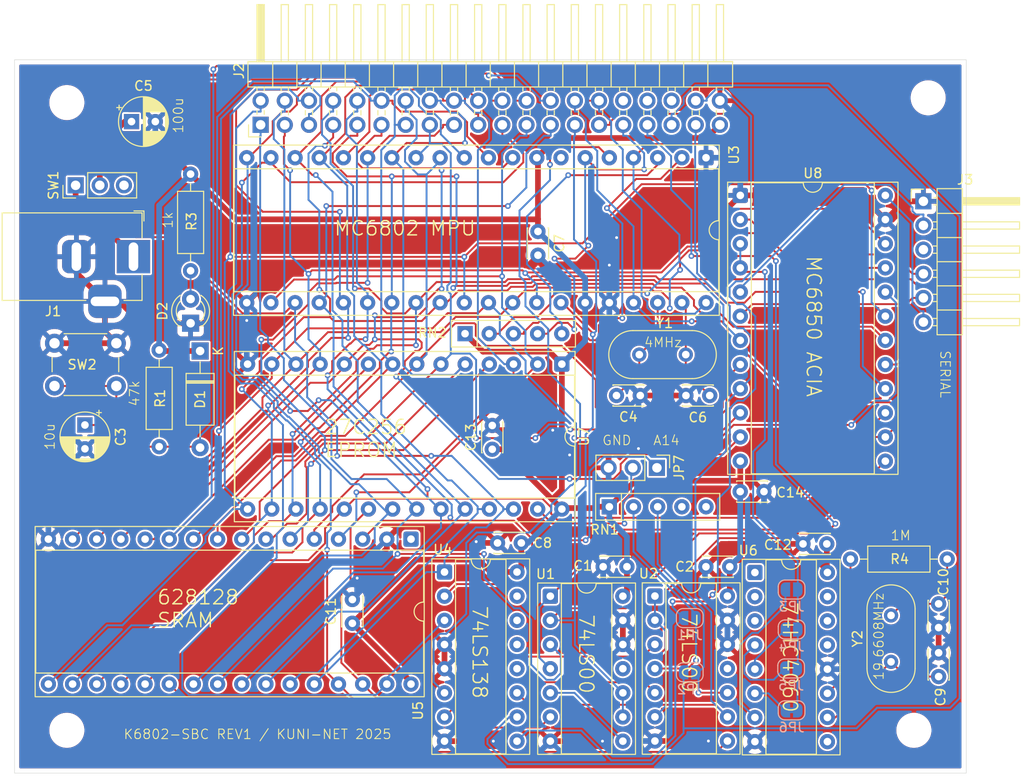
<source format=kicad_pcb>
(kicad_pcb (version 20241229) (generator "pcbnew") (generator_version "9.0")
  (layers (0 "F.Cu" signal) (2 "B.Cu" signal) (13 "F.Paste" user) (15 "B.Paste" user) (5 "F.SilkS" user "F.Silkscreen") (7 "B.SilkS" user "B.Silkscreen") (1 "F.Mask" user) (3 "B.Mask" user) (25 "Edge.Cuts" user))
  (net 0 "")
  (net 1 "VCC")
  (net 2 "GND")
  (net 3 "/~{RES}")
  (net 4 "Net-(U3-XTAL)")
  (net 5 "Net-(U3-EXTAL)")
  (net 6 "Net-(U6-Φ0)")
  (net 7 "Net-(C10-Pad2)")
  (net 8 "Net-(D2-A)")
  (net 9 "Net-(SW1-A)")
  (net 10 "/D5")
  (net 11 "/~{NMI}")
  (net 12 "/$A000")
  (net 13 "/A9")
  (net 14 "/A13")
  (net 15 "/R{slash}~{W}")
  (net 17 "/A4")
  (net 18 "/D1")
  (net 19 "/A10")
  (net 20 "/$C000")
  (net 21 "/A0")
  (net 22 "/~{WR}")
  (net 23 "/A11")
  (net 25 "/$8000")
  (net 26 "/~{IRQ}")
  (net 27 "/A7")
  (net 28 "/D3")
  (net 29 "/A12")
  (net 30 "/D7")
  (net 31 "/D6")
  (net 32 "/D4")
  (net 33 "/D2")
  (net 35 "/D0")
  (net 36 "/A3")
  (net 37 "/E")
  (net 38 "/$E000")
  (net 39 "/A14")
  (net 40 "/~{RD}")
  (net 41 "/A8")
  (net 42 "/A2")
  (net 43 "/A1")
  (net 44 "/A6")
  (net 45 "/A15")
  (net 46 "/A5")
  (net 47 "Net-(J3-Pin_6)")
  (net 48 "Net-(J3-Pin_5)")
  (net 49 "Net-(J3-Pin_4)")
  (net 50 "Net-(J3-Pin_2)")
  (net 52 "Net-(JP1-B)")
  (net 53 "Net-(JP2-B)")
  (net 54 "/SCLK")
  (net 55 "Net-(JP3-A)")
  (net 56 "Net-(JP4-A)")
  (net 57 "Net-(JP5-A)")
  (net 58 "Net-(JP6-A)")
  (net 59 "Net-(JP7-C)")
  (net 60 "Net-(U6-~{Φ1})")
  (net 63 "Net-(RN2-R4)")
  (net 64 "Net-(RN2-R2)")
  (net 66 "Net-(U1-Pad5)")
  (net 67 "/~{ROM_CE}")
  (net 68 "Net-(U2-Pad1)")
  (net 70 "/~{RAM_DIABLE}")
  (net 71 "/VMA")
  (footprint "Capacitor_THT:C_Disc_D3.0mm_W2.0mm_P2.50mm" (layer "F.Cu") (at 143.25 100.8 180)
    (property "Reference" "C8")
    (property "Value" "0.1u")
  )
  (footprint "Capacitor_THT:C_Disc_D3.0mm_W2.0mm_P2.50mm" (layer "F.Cu") (at 165.15 103.3 180)
    (property "Reference" "C2")
    (property "Value" "0.1u")
  )
  (footprint "Package_DIP:DIP-24_W15.24mm_Socket" (layer "F.Cu") (at 166.26 64.26)
    (property "Reference" "U8")
    (property "Value" "MC6850")
  )
  (footprint "MountingHole:MountingHole_3.2mm_M3" (layer "F.Cu") (at 95.5 54.5)
    (property "Reference" "H1" (hide yes))
    (property "Value" "MountingHole")
  )
  (footprint "Capacitor_THT:C_Disc_D3.0mm_W2.0mm_P2.50mm" (layer "F.Cu") (at 155.75 85.3 180)
    (property "Reference" "C4")
    (property "Value" "22p")
  )
  (footprint "Capacitor_THT:C_Disc_D3.0mm_W2.0mm_P2.50mm" (layer "F.Cu") (at 125.5 109.25 90)
    (property "Reference" "C11")
    (property "Value" "0.1u")
  )
  (footprint "Capacitor_THT:C_Disc_D3.0mm_W2.0mm_P2.50mm" (layer "F.Cu") (at 145 68.05 -90)
    (property "Reference" "C7")
    (property "Value" "0.1u")
  )
  (footprint "Resistor_THT:R_Axial_DIN0207_L6.3mm_D2.5mm_P10.16mm_Horizontal" (layer "F.Cu") (at 177.84 102.5)
    (property "Reference" "R4")
    (property "Value" "1M")
  )
  (footprint "Capacitor_THT:C_Disc_D3.0mm_W2.0mm_P2.50mm" (layer "F.Cu") (at 166.25 95.4)
    (property "Reference" "C14")
    (property "Value" "0.1u")
  )
  (footprint "Connector_PinHeader_2.54mm:PinHeader_2x20_P2.54mm_Horizontal" (layer "F.Cu") (at 115.86 56.84 90)
    (property "Reference" "J2")
    (property "Value" "SBC6303 BUS")
  )
  (footprint "Button_Switch_THT:SW_PUSH_6mm" (layer "F.Cu") (at 100.7 84.3 180)
    (property "Reference" "SW2")
    (property "Value" "RESET")
  )
  (footprint "MountingHole:MountingHole_3.2mm_M3" (layer "F.Cu") (at 186 54)
    (property "Reference" "H2" (hide yes))
    (property "Value" "MountingHole")
  )
  (footprint "Capacitor_THT:C_Disc_D3.0mm_W2.0mm_P2.50mm" (layer "F.Cu") (at 140.2 90.95 90)
    (property "Reference" "C13")
    (property "Value" "0.1u")
  )
  (footprint "Crystal:Crystal_HC49-U_Vertical" (layer "F.Cu") (at 155.65 81)
    (property "Reference" "Y1")
    (property "Value" "4MHz")
  )
  (footprint "Capacitor_THT:C_Disc_D3.0mm_W2.0mm_P2.50mm" (layer "F.Cu") (at 187.1 112.35 -90)
    (property "Reference" "C9")
    (property "Value" "22p")
  )
  (footprint "Resistor_THT:R_Array_SIP5" (layer "F.Cu") (at 137.34 78.8)
    (property "Reference" "RN2")
    (property "Value" "10k")
  )
  (footprint "Capacitor_THT:C_Disc_D3.0mm_W2.0mm_P2.50mm" (layer "F.Cu") (at 175.35 100.9 180)
    (property "Reference" "C12")
    (property "Value" "0.1u")
  )
  (footprint "Capacitor_THT:C_Disc_D3.0mm_W2.0mm_P2.50mm" (layer "F.Cu") (at 187.1 109.7 90)
    (property "Reference" "C10")
    (property "Value" "22p")
  )
  (footprint "Connector_PinHeader_2.54mm:PinHeader_1x03_P2.54mm_Vertical" (layer "F.Cu") (at 96.42 63.2 90)
    (property "Reference" "SW1")
    (property "Value" "POWER")
  )
  (footprint "LED_THT:LED_D3.0mm" (layer "F.Cu") (at 108.5 77.7 90)
    (property "Reference" "D2")
    (property "Value" "POWER LED")
  )
  (footprint "Capacitor_THT:C_Disc_D3.0mm_W2.0mm_P2.50mm" (layer "F.Cu") (at 154.35 103.3 180)
    (property "Reference" "C1")
    (property "Value" "0.1u")
  )
  (footprint "Connector_PinHeader_2.54mm:PinHeader_1x06_P2.54mm_Horizontal" (layer "F.Cu") (at 185.5 64.88)
    (property "Reference" "J3")
    (property "Value" "SERIAL JP")
  )
  (footprint "Crystal:Crystal_HC49-U_Vertical" (layer "F.Cu") (at 182.1 113.3 90)
    (property "Reference" "Y2")
    (property "Value" "19.6608MHz")
  )
  (footprint "Package_DIP:DIP-14_W7.62mm_Socket" (layer "F.Cu") (at 157.29 106.385)
    (property "Reference" "U2")
    (property "Value" "74LS00")
  )
  (footprint "MountingHole:MountingHole_3.2mm_M3" (layer "F.Cu") (at 184.5 120.5)
    (property "Reference" "H4" (hide yes))
    (property "Value" "MountingHole")
  )
  (footprint "Resistor_THT:R_Array_SIP5" (layer "F.Cu") (at 152.5 97)
    (property "Reference" "RN1")
    (property "Value" "10k")
  )
  (footprint "Package_DIP:DIP-16_W7.62mm_Socket" (layer "F.Cu") (at 167.795 103.91)
    (property "Reference" "U6")
    (property "Value" "74HC4060")
  )
  (footprint "Package_DIP:DIP-32_W15.24mm_Socket" (layer "F.Cu") (at 131.66 100.4 -90)
    (property "Reference" "U5")
    (property "Value" "HM628128D_DIP32_SOP32")
  )
  (footprint "Resistor_THT:R_Axial_DIN0207_L6.3mm_D2.5mm_P10.16mm_Horizontal" (layer "F.Cu") (at 105.2 80.52 -90)
    (property "Reference" "R1")
    (property "Value" "47k")
  )
  (footprint "Package_DIP:DIP-28_W15.24mm_Socket" (layer "F.Cu") (at 147.51 82 -90)
    (property "Reference" "U7")
    (property "Value" "27C256")
  )
  (footprint "Connector_BarrelJack:BarrelJack_Horizontal" (layer "F.Cu") (at 102.5 70.7)
    (property "Reference" "J1")
    (property "Value" "Barrel_Jack_Switch")
  )
  (footprint "Capacitor_THT:CP_Radial_D5.0mm_P2.50mm" (layer "F.Cu") (at 102.2949 56.5)
    (property "Reference" "C5")
    (property "Value" "100u")
  )
  (footprint "Connector_PinHeader_2.54mm:PinHeader_1x03_P2.54mm_Vertical" (layer "F.Cu") (at 157.5 92.9 -90)
    (property "Reference" "JP7")
    (property "Value" "A14_JP")
  )
  (footprint "Diode_THT:D_A-405_P10.16mm_Horizontal" (layer "F.Cu") (at 109.5 80.62 -90)
    (property "Reference" "D1")
    (property "Value" "1N4148")
  )
  (footprint "Resistor_THT:R_Axial_DIN0207_L6.3mm_D2.5mm_P10.16mm_Horizontal" (layer "F.Cu") (at 108.5 62.02 -90)
    (property "Reference" "R3")
    (property "Value" "1k")
  )
  (footprint "Package_DIP:DIP-16_W7.62mm_Socket" (layer "F.Cu") (at 135.18 103.86)
    (property "Reference" "U4")
    (property "Value" "74LS138")
  )
  (footprint "Package_DIP:DIP-40_W15.24mm_Socket" (layer "F.Cu") (at 162.66 60.3 -90)
    (property "Reference" "U3")
    (property "Value" "MC6802")
  )
  (footprint "Capacitor_THT:CP_Radial_D5.0mm_P2.50mm" (layer "F.Cu") (at 97.4 88.4 -90)
    (property "Reference" "C3")
    (property "Value" "10u")
  )
  (footprint "Package_DIP:DIP-14_W7.62mm_Socket" (layer "F.Cu") (at 146.3 106.4)
    (property "Reference" "U1")
    (property "Value" "74LS00")
  )
  (footprint "MountingHole:MountingHole_3.2mm_M3" (layer "F.Cu") (at 95.5 120.5)
    (property "Reference" "H3" (hide yes))
    (property "Value" "MountingHole")
  )
  (footprint "Capacitor_THT:C_Disc_D3.0mm_W2.0mm_P2.50mm" (layer "F.Cu") (at 160.55 85.3)
    (property "Reference" "C6")
    (property "Value" "22p")
  )
  (footprint "Jumper:SolderJumper-2_P1.3mm_Open_RoundedPad1.0x1.5mm" (layer "B.Cu") (at 171.65 105.7)
    (property "Reference" "JP3")
    (property "Value" "~")
  )
  (footprint "Jumper:SolderJumper-2_P1.3mm_Bridged_RoundedPad1.0x1.5mm" (layer "B.Cu") (at 171.65 118.4)
    (property "Reference" "JP6")
    (property "Value" "SolderJumper_2_Bridged")
  )
  (footprint "Jumper:SolderJumper-2_P1.3mm_Open_RoundedPad1.0x1.5mm" (layer "B.Cu") (at 160.95 108.7)
    (property "Reference" "JP1")
    (property "Value" "C000_JP")
  )
  (footprint "Jumper:SolderJumper-2_P1.3mm_Open_RoundedPad1.0x1.5mm" (layer "B.Cu") (at 171.6 114)
    (property "Reference" "JP5")
    (property "Value" "~")
  )
  (footprint "Jumper:SolderJumper-2_P1.3mm_Open_RoundedPad1.0x1.5mm" (layer "B.Cu") (at 171.65 109.9)
    (property "Reference" "JP4")
    (property "Value" "~")
  )
  (footprint "Jumper:SolderJumper-2_P1.3mm_Open_RoundedPad1.0x1.5mm" (layer "B.Cu") (at 160.95 114.4)
    (property "Reference" "JP2")
    (property "Value" "A000_JP")
  )
  (gr_rect (start 90 50) (end 190 125) (stroke (width 0.05)) (fill no) (layer "Edge.Cuts"))
  (gr_text "74LS00" (at 160 108.1 270) (layer "F.SilkS") (effects (font (size 1.5 1.5)) (justify left bottom)))
  (gr_text "A14" (at 157.05 90.6 0) (layer "F.SilkS") (effects (font (size 1 1) (thickness 0.1)) (justify left bottom)))
  (gr_text "MC6850 ACIA" (at 173.1 70.5 270) (layer "F.SilkS") (effects (font (size 1.5 1.5)) (justify left bottom)))
  (gr_text "47k" (at 103.2 86.5 90) (layer "F.SilkS") (effects (font (size 1 1) (thickness 0.1)) (justify left bottom)))
  (gr_text "19.6608MHz" (at 181.4 115.3 90) (layer "F.SilkS") (effects (font (size 1 1) (thickness 0.1)) (justify left bottom)))
  (gr_text "1M" (at 182 100.6 0) (layer "F.SilkS") (effects (font (size 1 1) (thickness 0.1)) (justify left bottom)))
  (gr_text "4MHz" (at 156.1 80.3 0) (layer "F.SilkS") (effects (font (size 1 1) (thickness 0.1)) (justify left bottom)))
  (gr_text "74LS00" (at 149.2 108.2 270) (layer "F.SilkS") (effects (font (size 1.5 1.5)) (justify left bottom)))
  (gr_text "628128\nSRAM" (at 104.9 109.8 0) (layer "F.SilkS") (effects (font (size 1.5 1.5)) (justify left bottom)))
  (gr_text "1k" (at 106.7 67.8 90) (layer "F.SilkS") (effects (font (size 1 1) (thickness 0.1)) (justify left bottom)))
  (gr_text "74HC4060" (at 170.6 106.9 270) (layer "F.SilkS") (effects (font (size 1.5 1.5)) (justify left bottom)))
  (gr_text "GND" (at 151.7 90.6 0) (layer "F.SilkS") (effects (font (size 1 1) (thickness 0.1)) (justify left bottom)))
  (gr_text "MC6802 MPU" (at 123.5 68.6 0) (layer "F.SilkS") (effects (font (size 1.5 1.5)) (justify left bottom)))
  (gr_text "27C256\nEPROM" (at 122.5 91.9 0) (layer "F.SilkS") (effects (font (size 1.5 1.5)) (justify left bottom)))
  (gr_text "SERIAL" (at 187.2 80.5 270) (layer "F.SilkS") (effects (font (size 1 1) (thickness 0.1)) (justify left bottom)))
  (gr_text "K6802-SBC REV1 / KUNI-NET 2025" (at 101.4 121.5 0) (layer "F.SilkS") (effects (font (size 1 1) (thickness 0.1)) (justify left bottom)))
  (gr_text "100u" (at 107.8 57.8 90) (layer "F.SilkS") (effects (font (size 1 1) (thickness 0.1)) (justify left bottom)))
  (gr_text "74LS138" (at 138 107.3 270) (layer "F.SilkS") (effects (font (size 1.5 1.5)) (justify left bottom)))
  (gr_text "10u" (at 94.3 91.1 90) (layer "F.SilkS") (effects (font (size 1 1) (thickness 0.1)) (justify left bottom)))
  (segment (start 140.2 90.95) (end 141.22 90.95) (width 0.6) (layer "F.Cu") (net 1))
  (segment (start 108.5 62.02) (end 113.2581 66.7781) (width 0.6) (layer "F.Cu") (net 1))
  (segment (start 154.35 103.3) (end 154.35 105.97) (width 0.6) (layer "F.Cu") (net 1))
  (segment (start 145 60.42) (end 144.88 60.3) (width 0.6) (layer "F.Cu") (net 1))
  (segment (start 125.5 109.25) (end 131.66 115.41) (width 0.6) (layer "F.Cu") (net 1))
  (segment (start 139.2281 80.6881) (end 146.1981 80.6881) (width 0.6) (layer "F.Cu") (net 1))
  (segment (start 131.66 115.41) (end 131.66 115.64) (width 0.6) (layer "F.Cu") (net 1))
  (segment (start 146.9517 58.2283) (end 144.88 60.3) (width 0.6) (layer "F.Cu") (net 1))
  (segment (start 165.8412 102.6088) (end 165.15 103.3) (width 0.6) (layer "F.Cu") (net 1))
  (segment (start 155.2386 94.2614) (end 152.5 97) (width 0.6) (layer "F.Cu") (net 1))
  (segment (start 166.26 92.2) (end 166.26 94.2614) (width 0.6) (layer "F.Cu") (net 1))
  (segment (start 152.5 97) (end 151.1999 97) (width 0.6) (layer "F.Cu") (net 1))
  (segment (start 166.26 95.39) (end 166.25 95.4) (width 0.6) (layer "F.Cu") (net 1))
  (segment (start 132.196 102.554) (end 138.7196 102.554) (width 0.6) (layer "F.Cu") (net 1))
  (segment (start 174.3235 102.6088) (end 165.8412 102.6088) (width 0.6) (layer "F.Cu") (net 1))
  (segment (start 147.51 95.2132) (end 147.51 82) (width 0.6) (layer "F.Cu") (net 1))
  (segment (start 141.22 90.95) (end 146.4966 96.2266) (width 0.6) (layer "F.Cu") (net 1))
  (segment (start 140.0256 103.86) (end 142.8 103.86) (width 0.6) (layer "F.Cu") (net 1))
  (segment (start 146.4966 96.2266) (end 147.51 95.2132) (width 0.6) (layer "F.Cu") (net 1))
  (segment (start 102.2949 56.5) (end 102.295 56.5) (width 0.6) (layer "F.Cu") (net 1))
  (segment (start 98.9 59.2) (end 101.6 56.5) (width 0.6) (layer "F.Cu") (net 1))
  (segment (start 98.96 63.2) (end 98.96 59.2882) (width 0.6) (layer "F.Cu") (net 1))
  (segment (start 138.7196 102.554) (end 140.0256 103.86) (width 0.6) (layer "F.Cu") (net 1))
  (segment (start 146.4966 96.2266) (end 147.4061 97.1361) (width 0.6) (layer "F.Cu") (net 1))
  (segment (start 166.26 94.2614) (end 166.26 95.39) (width 0.6) (layer "F.Cu") (net 1))
  (segment (start 113.2581 66.7781) (end 144.9727 66.7781) (width 0.6) (layer "F.Cu") (net 1))
  (segment (start 98.96 59.2882) (end 105.7682 59.2882) (width 0.6) (layer "F.Cu") (net 1))
  (segment (start 151.0638 97.1361) (end 151.1999 97) (width 0.6) (layer "F.Cu") (net 1))
  (segment (start 166.26 94.2614) (end 155.2386 94.2614) (width 0.6) (layer "F.Cu") (net 1))
  (segment (start 175.35 100.9) (end 175.35 103.6353) (width 0.6) (layer "F.Cu") (net 1))
  (segment (start 101.6 56.5) (end 102.2949 56.5) (width 0.6) (layer "F.Cu") (net 1))
  (segment (start 175.35 103.6353) (end 174.3235 102.6088) (width 0.6) (layer "F.Cu") (net 1))
  (segment (start 147.4061 97.1361) (end 151.0638 97.1361) (width 0.6) (layer "F.Cu") (net 1))
  (segment (start 146.1981 80.6881) (end 147.51 82) (width 0.6) (layer "F.Cu") (net 1))
  (segment (start 162.7317 58.2283) (end 146.9517 58.2283) (width 0.6) (layer "F.Cu") (net 1))
  (segment (start 125.5 109.25) (end 132.196 102.554) (width 0.6) (layer "F.Cu") (net 1))
  (segment (start 98.96 59.2882) (end 98.96 59.26) (width 0.6) (layer "F.Cu") (net 1))
  (segment (start 165.15 106.145) (end 164.91 106.385) (width 0.6) (layer "F.Cu") (net 1))
  (segment (start 143.25 103.41) (end 142.8 103.86) (width 0.6) (layer "F.Cu") (net 1))
  (segment (start 175.35 103.845) (end 175.415 103.91) (width 0.6) (layer "F.Cu") (net 1))
  (segment (start 109.5 80.62) (end 105.3 80.62) (width 0.6) (layer "F.Cu") (net 1))
  (segment (start 165.15 103.3) (end 165.15 106.145) (width 0.6) (layer "F.Cu") (net 1))
  (segment (start 175.35 103.6353) (end 175.35 103.845) (width 0.6) (layer "F.Cu") (net 1))
  (segment (start 145 68.05) (end 145 66.7508) (width 0.6) (layer "F.Cu") (net 1))
  (segment (start 147.4061 97.1361) (end 147.51 97.24) (width 0.6) (layer "F.Cu") (net 1))
  (segment (start 145 66.7508) (end 145 60.42) (width 0.6) (layer "F.Cu") (net 1))
  (segment (start 105.3 80.62) (end 105.2 80.52) (width 0.6) (layer "F.Cu") (net 1))
  (segment (start 154.35 105.97) (end 153.92 106.4) (width 0.6) (layer "F.Cu") (net 1))
  (segment (start 143.25 100.8) (end 143.25 103.41) (width 0.6) (layer "F.Cu") (net 1))
  (segment (start 105.7682 59.2882) (end 108.5 62.02) (width 0.6) (layer "F.Cu") (net 1))
  (segment (start 164.12 56.84) (end 162.7317 58.2283) (width 0.6) (layer "F.Cu") (net 1))
  (segment (start 144.9727 66.7781) (end 145 66.7508) (width 0.6) (layer "F.Cu") (net 1))
  (segment (start 98.96 59.26) (end 98.9 59.2) (width 0.6) (layer "F.Cu") (net 1))
  (segment (start 137.34 78.8) (end 139.2281 80.6881) (width 0.6) (layer "F.Cu") (net 1))
  (segment (start 147.51 82) (end 149.96 79.55) (width 0.6) (layer "B.Cu") (net 1))
  (segment (start 166.25 102.2) (end 165.15 103.3) (width 0.6) (layer "B.Cu") (net 1))
  (segment (start 154.35 100.1501) (end 152.5 98.3001) (width 0.6) (layer "B.Cu") (net 1))
  (segment (start 149.96 79.55) (end 149.96 75.54) (width 0.6) (layer "B.Cu") (net 1))
  (segment (start 143.25 100.8) (end 143.95 100.8) (width 0.6) (layer "B.Cu") (net 1))
  (segment (start 149.96 75.54) (end 149.96 72.9944) (width 0.6) (layer "B.Cu") (net 1))
  (segment (start 143.95 100.8) (end 147.51 97.24) (width 0.6) (layer "B.Cu") (net 1))
  (segment (start 105.2 80.52) (end 105.2 65.32) (width 0.6) (layer "B.Cu") (net 1))
  (segment (start 152.5 97) (end 152.5 98.3001) (width 0.6) (layer "B.Cu") (net 1))
  (segment (start 105.2 65.32) (end 108.5 62.02) (width 0.6) (layer "B.Cu") (net 1))
  (segment (start 154.35 103.3) (end 154.35 100.1501) (width 0.6) (layer "B.Cu") (net 1))
  (segment (start 166.25 95.4) (end 166.25 102.2) (width 0.6) (layer "B.Cu") (net 1))
  (segment (start 145.0156 68.05) (end 145 68.05) (width 0.6) (layer "B.Cu") (net 1))
  (segment (start 149.96 72.9944) (end 145.0156 68.05) (width 0.6) (layer "B.Cu") (net 1))
  (segment (start 153.2627 68.6982) (end 161.8218 68.6982) (width 0.6) (layer "F.Cu") (net 2))
  (segment (start 185.5 64.88) (end 184.1499 64.88) (width 0.6) (layer "F.Cu") (net 2))
  (segment (start 178.96 64.26) (end 181.5 66.8) (width 0.6) (layer "F.Cu") (net 2))
  (segment (start 135.18 111.48) (end 135.18 114.02) (width 0.6) (layer "F.Cu") (net 2))
  (segment (start 145 70.55) (end 145 71.1696) (width 0.6) (layer "F.Cu") (net 2))
  (segment (start 153.0908 90.8791) (end 155.5602 90.8791) (width 0.6) (layer "F.Cu") (net 2))
  (segment (start 99.5 78.6) (end 100.7 79.8) (width 0.6) (layer "F.Cu") (net 2))
  (segment (start 138.5082 100.6652) (end 136.9156 99.0726) (width 0.6) (layer "F.Cu") (net 2))
  (segment (start 129.12 101.3799) (end 126.003 104.4969) (width 0.6) (layer "F.Cu") (net 2))
  (segment (start 151.7794 121.64) (end 146.3 121.64) (width 0.6) (layer "F.Cu") (net 2))
  (segment (start 146.5525 88.945) (end 140.695 88.945) (width 0.6) (layer "F.Cu") (net 2))
  (segment (start 152.3858 71.7048) (end 152.5 71.5906) (width 0.6) (layer "F.Cu") (net 2))
  (segment (start 161.8218 68.6982) (end 166.26 64.26) (width 0.6) (layer "F.Cu") (net 2))
  (segment (start 96.5 70.7) (end 96.5 72.4) (width 0.6) (layer "F.Cu") (net 2))
  (segment (start 94.2 79.8) (end 100.7 79.8) (width 0.6) (layer "F.Cu") (net 2))
  (segment (start 140.75 100.8) (end 138.643 100.8) (width 0.6) (layer "F.Cu") (net 2))
  (segment (start 166.26 64.26) (end 178.96 64.26) (width 0.6) (layer "F.Cu") (net 2))
  (segment (start 140.3112 121.64) (end 135.18 121.64) (width 0.6) (layer "F.Cu") (net 2))
  (segment (start 140.695 88.945) (end 140.2 88.45) (width 0.6) (layer "F.Cu") (net 2))
  (segment (start 130.4474 99.0726) (end 129.12 100.4) (width 0.6) (layer "F.Cu") (net 2))
  (segment (start 152.42 91.5499) (end 148.326 91.5499) (width 0.6) (layer "F.Cu") (net 2))
  (segment (start 152.42 92.9) (end 152.42 91.5499) (width 0.6) (layer "F.Cu") (net 2))
  (segment (start 152.42 91.5499) (end 153.0908 90.8791) (width 0.6) (layer "F.Cu") (net 2))
  (segment (start 101 75.4) (end 103.3 77.7) (width 0.6) (layer "F.Cu") (net 2))
  (segment (start 108.5 77.7) (end 109.9001 77.7) (width 0.6) (layer "F.Cu") (net 2))
  (segment (start 145 71.1696) (end 144.6325 71.5371) (width 0.6) (layer "F.Cu") (net 2))
  (segment (start 110.1882 77.4119) (end 114.4 77.4119) (width 0.6) (layer "F.Cu") (net 2))
  (segment (start 165.05 100.9) (end 162.65 103.3) (width 0.6) (layer "F.Cu") (net 2))
  (segment (start 99.5 75.4) (end 101 75.4) (width 0.6) (layer "F.Cu") (net 2))
  (segment (start 144.6325 71.5371) (end 118.4029 71.5371) (width 0.6) (layer "F.Cu") (net 2))
  (segment (start 118.4029 71.5371) (end 114.4 75.54) (width 0.6) (layer "F.Cu") (net 2))
  (segment (start 109.9001 77.7) (end 110.1882 77.4119) (width 0.6) (layer "F.Cu") (net 2))
  (segment (start 172.85 100.9) (end 165.05 100.9) (width 0.6) (layer "F.Cu") (net 2))
  (segment (start 153.92 111.48) (end 153.92 108.94) (width 0.6) (layer "F.Cu") (net 2))
  (segment (start 145.5352 71.7048) (end 152.3858 71.7048) (width 0.6) (layer "F.Cu") (net 2))
  (segment (start 129.12 100.4) (end 129.12 101.3799) (width 0.6) (layer "F.Cu") (net 2))
  (segment (start 187.1 109.7) (end 187.1 112.35) (width 0.6) (layer "F.Cu") (net 2))
  (segment (start 138.643 100.8) (end 138.5082 100.6652) (width 0.6) (layer "F.Cu") (net 2))
  (segment (start 145 71.1696) (end 145.5352 71.7048) (width 0.6) (layer "F.Cu") (net 2))
  (segment (start 103.3 77.7) (end 108.5 77.7) (width 0.6) (layer "F.Cu") (net 2))
  (segment (start 96.5 72.4) (end 99.5 75.4) (width 0.6) (layer "F.Cu") (net 2))
  (segment (start 99.5 75.4) (end 99.5 78.6) (width 0.6) (layer "F.Cu") (net 2))
  (segment (start 157.29 121.625) (end 162.9089 121.625) (width 0.6) (layer "F.Cu") (net 2))
  (segment (start 182.2299 66.8) (end 184.1499 64.88) (width 0.6) (layer "F.Cu") (net 2))
  (segment (start 155.75 85.3) (end 160.55 85.3) (width 0.6) (layer "F.Cu") (net 2))
  (segment (start 181.5 66.8) (end 182.2299 66.8) (width 0.6) (layer "F.Cu") (net 2))
  (segment (start 136.9156 99.0726) (end 130.4474 99.0726) (width 0.6) (layer "F.Cu") (net 2))
  (via (at 162.9089 121.625) (size 0.6) (drill 0.3) (layers "F.Cu" "B.Cu") (net 2))
  (via (at 155.5602 90.8791) (size 0.6) (drill 0.3) (layers "F.Cu" "B.Cu") (net 2))
  (via (at 146.5525 88.945) (size 0.6) (drill 0.3) (layers "F.Cu" "B.Cu") (net 2))
  (via (at 140.3112 121.64) (size 0.6) (drill 0.3) (layers "F.Cu" "B.Cu") (net 2))
  (via (at 152.5 71.5906) (size 0.6) (drill 0.3) (layers "F.Cu" "B.Cu") (net 2))
  (via (at 114.4 77.4119) (size 0.6) (drill 0.3) (layers "F.Cu" "B.Cu") (net 2))
  (via (at 148.326 91.5499) (size 0.6) (drill 0.3) (layers "F.Cu" "B.Cu") (net 2))
  (via (at 153.2627 68.6982) (size 0.6) (drill 0.3) (layers "F.Cu" "B.Cu") (net 2))
  (via (at 138.5082 100.6652) (size 0.6) (drill 0.3) (layers "F.Cu" "B.Cu") (net 2))
  (via (at 126.003 104.4969) (size 0.6) (drill 0.3) (layers "F.Cu" "B.Cu") (net 2))
  (via (at 151.7794 121.64) (size 0.6) (drill 0.3) (layers "F.Cu" "B.Cu") (net 2))
  (segment (start 153.1419 123.0025) (end 151.7794 121.64) (width 0.6) (layer "B.Cu") (net 2))
  (segment (start 166.26 61.0356) (end 166.26 64.26) (width 0.6) (layer "B.Cu") (net 2))
  (segment (start 152.5 71.5906) (end 153.2627 70.8279) (width 0.6) (layer "B.Cu") (net 2))
  (segment (start 136.4856 115.3256) (end 136.4856 120.3344) (width 0.6) (layer "B.Cu") (net 2))
  (segment (start 162.5421 106.5717) (end 164.8954 108.925) (width 0.6) (layer "B.Cu") (net 2))
  (segment (start 175.415 114.07) (end 176.73 114.07) (width 0.6) (layer "B.Cu") (net 2))
  (segment (start 138.5082 108.1518) (end 138.5082 100.6652) (width 0.6) (layer "B.Cu") (net 2))
  (segment (start 179.8 111) (end 185.1 111) (width 0.6) (layer "B.Cu") (net 2))
  (segment (start 146.3 121.64) (end 144.981 122.959) (width 0.6) (layer "B.Cu") (net 2))
  (segment (start 165.5244 55.7044) (end 164.12 54.3) (width 0.6) (layer "B.Cu") (net 2))
  (segment (start 164.91 111.465) (end 164.91 108.925) (width 0.6) (layer "B.Cu") (net 2))
  (segment (start 172.85 100.9) (end 168.75 96.8) (width 0.6) (layer "B.Cu") (net 2))
  (segment (start 152.42 94.2501) (end 151.153 95.5171) (width 0.6) (layer "B.Cu") (net 2))
  (segment (start 174.151 99.599) (end 177.199 99.599) (width 0.6) (layer "B.Cu") (net 2))
  (segment (start 176.73 114.07) (end 179.8 111) (width 0.6) (layer "B.Cu") (net 2))
  (segment (start 135.18 111.48) (end 138.5082 108.1518) (width 0.6) (layer "B.Cu") (net 2))
  (segment (start 141.6302 122.959) (end 140.3112 121.64) (width 0.6) (layer "B.Cu") (net 2))
  (segment (start 167.795 121.69) (end 166.539 122.946) (width 0.6) (layer "B.Cu") (net 2))
  (segment (start 187.1 109.5) (end 187.1 109.7) (width 0.6) (layer "B.Cu") (net 2))
  (segment (start 185.4 110.7) (end 186.1 110.7) (width 0.6) (layer "B.Cu") (net 2))
  (segment (start 164.2299 122.946) (end 162.9089 121.625) (width 0.6) (layer "B.Cu") (net 2))
  (segment (start 152.5 82.05) (end 155.75 85.3) (width 0.6) (layer "B.Cu") (net 2))
  (segment (start 96.5 70.7) (end 104.7949 62.4051) (width 0.6) (layer "B.Cu") (net 2))
  (segment (start 177.199 99.599) (end 187.1 109.5) (width 0.6) (layer "B.Cu") (net 2))
  (segment (start 136.4856 120.3344) (end 135.18 121.64) (width 0.6) (layer "B.Cu") (net 2))
  (segment (start 152.5 75.54) (end 152.5 82.05) (width 0.6) (layer "B.Cu") (net 2))
  (segment (start 114.4 81.91) (end 114.49 82) (width 0.6) (layer "B.Cu") (net 2))
  (segment (start 168.75 96.8) (end 168.75 95.4) (width 0.6) (layer "B.Cu") (net 2))
  (segment (start 153.2627 70.8279) (end 153.2627 68.6982) (width 0.6) (layer "B.Cu") (net 2))
  (segment (start 186.1 110.7) (end 187.1 109.7) (width 0.6) (layer "B.Cu") (net 2))
  (segment (start 104.7949 62.4051) (end 104.7949 56.5) (width 0.6) (layer "B.Cu") (net 2))
  (segment (start 152.42 92.9) (end 152.42 94.2501) (width 0.6) (layer "B.Cu") (net 2))
  (segment (start 165.5244 60.3) (end 166.26 61.0356) (width 0.6) (layer "B.Cu") (net 2))
  (segment (start 93.56 100.4) (end 93.56 94.74) (width 0.6) (layer "B.Cu") (net 2))
  (segment (start 148.326 90.7185) (end 148.326 91.5499) (width 0.6) (layer "B.Cu") (net 2))
  (segment (start 152.5 75.54) (end 152.5 71.5906) (width 0.6) (layer "B.Cu") (net 2))
  (segment (start 166.539 122.946) (end 164.2299 122.946) (width 0.6) (layer "B.Cu") (net 2))
  (segment (start 146.5525 88.945) (end 148.326 90.7185) (width 0.6) (layer "B.Cu") (net 2))
  (segment (start 93.56 94.74) (end 97.4 90.9) (width 0.6) (layer "B.Cu") (net 2))
  (segment (start 151.85 103.3) (end 151.85 106.87) (width 0.6) (layer "B.Cu") (net 2))
  (segment (start 151.153 102.603) (end 151.85 103.3) (width 0.6) (layer "B.Cu") (net 2))
  (segment (start 114.4 77.4119) (end 114.4 81.91) (width 0.6) (layer "B.Cu") (net 2))
  (segment (start 96.0998 81.6998) (end 96.0998 89.5998) (width 0.6) (layer "B.Cu") (net 2))
  (segment (start 126.003 104.4969) (end 126.003 106.247) (width 0.6) (layer "B.Cu") (net 2))
  (segment (start 185.1 111) (end 185.4 110.7) (width 0.6) (layer "B.Cu") (net 2))
  (segment (start 165.5244 60.3) (end 165.5244 55.7044) (width 0.6) (layer "B.Cu") (net 2))
  (segment (start 114.4 75.54) (end 114.4 77.4119) (width 0.6) (layer "B.Cu") (net 2))
  (segment (start 155.605 121.625) (end 155.605 121.7973) (width 0.6) (layer "B.Cu") (net 2))
  (segment (start 155.605 121.7973) (end 154.3998 123.0025) (width 0.6) (layer "B.Cu") (net 2))
  (segment (start 153.92 111.48) (end 155.605 113.165) (width 0.6) (layer "B.Cu") (net 2))
  (segment (start 135.18 114.02) (end 136.4856 115.3256) (width 0.6) (layer "B.Cu") (net 2))
  (segment (start 162.65 103.3) (end 162.5421 103.4079) (width 0.6) (layer "B.Cu") (net 2))
  (segment (start 126.003 106.247) (end 125.5 106.75) (width 0.6) (layer "B.Cu") (net 2))
  (segment (start 96.0998 89.5998) (end 97.4 90.9) (width 0.6) (layer "B.Cu") (net 2))
  (segment (start 157.29 121.625) (end 155.605 121.625) (width 0.6) (layer "B.Cu") (net 2))
  (segment (start 144.981 122.959) (end 141.6302 122.959) (width 0.6) (layer "B.Cu") (net 2))
  (segment (start 155.605 113.165) (end 155.605 121.625) (width 0.6) (layer "B.Cu") (net 2))
  (segment (start 162.5421 103.4079) (end 162.5421 106.5717) (width 0.6) (layer "B.Cu") (net 2))
  (segment (start 164.8954 108.925) (end 164.91 108.925) (width 0.6) (layer "B.Cu") (net 2))
  (segment (start 151.85 106.87) (end 153.92 108.94) (width 0.6) (layer "B.Cu") (net 2))
  (segment (start 94.2 79.8) (end 96.0998 81.6998) (width 0.6) (layer "B.Cu") (net 2))
  (segment (start 154.3998 123.0025) (end 153.1419 123.0025) (width 0.6) (layer "B.Cu") (net 2))
  (segment (start 151.153 95.5171) (end 151.153 102.603) (width 0.6) (layer "B.Cu") (net 2))
  (segment (start 155.5602 85.6) (end 155.5602 90.8791) (width 0.6) (layer "B.Cu") (net 2))
  (segment (start 162.66 60.3) (end 165.5244 60.3) (width 0.6) (layer "B.Cu") (net 2))
  (segment (start 172.85 100.9) (end 174.151 99.599) (width 0.6) (layer "B.Cu") (net 2))
  (segment (start 110.8915 51) (end 111.2425 50.649) (width 0.2) (layer "F.Cu") (net 3))
  (segment (start 105.2 90.68) (end 103.98 90.68) (width 0.2) (layer "F.Cu") (net 3))
  (segment (start 150.2699 54.0125) (end 150.2699 54.3) (width 0.2) (layer "F.Cu") (net 3))
  (segment (start 111.2425 50.649) (end 146.9064 50.649) (width 0.2) (layer "F.Cu") (net 3))
  (segment (start 103.98 90.68) (end 100.7 87.4) (width 0.2) (layer "F.Cu") (net 3))
  (segment (start 109.4 90.68) (end 109.5 90.78) (width 0.2) (layer "F.Cu") (net 3))
  (segment (start 97.4 88.4) (end 99.7 88.4) (width 0.2) (layer "F.Cu") (net 3))
  (segment (start 105.2 90.68) (end 109.4 90.68) (width 0.2) (layer "F.Cu") (net 3))
  (segment (start 94.2 84.3) (end 100.7 84.3) (width 0.2) (layer "F.Cu") (net 3))
  (segment (start 100.7 87.4) (end 100.7 84.3) (width 0.2) (layer "F.Cu") (net 3))
  (segment (start 99.7 88.4) (end 100.7 87.4) (width 0.2) (layer "F.Cu") (net 3))
  (segment (start 150.2699 54.3) (end 151.42 54.3) (width 0.2) (layer "F.Cu") (net 3))
  (segment (start 146.9064 50.649) (end 150.2699 54.0125) (width 0.2) (layer "F.Cu") (net 3))
  (via (at 110.8915 51) (size 0.6) (drill 0.3) (layers "F.Cu" "B.Cu") (net 3))
  (segment (start 155.8856 74.8297) (end 156.4798 75.4239) (width 0.2) (layer "B.Cu") (net 3))
  (segment (start 159.0987 76.8617) (end 159.2663 76.6941) (width 0.2) (layer "B.Cu") (net 3))
  (segment (start 153.9116 59.4357) (end 153.9116 63.7611) (width 0.2) (layer "B.Cu") (net 3))
  (segment (start 158.6016 76.8617) (end 159.0987 76.8617) (width 0.2) (layer "B.Cu") (net 3))
  (segment (start 151.42 55.4501) (end 151.6583 55.4501) (width 0.2) (layer "B.Cu") (net 3))
  (segment (start 151.6583 55.4501) (end 152.69 56.4818) (width 0.2) (layer "B.Cu") (net 3))
  (segment (start 159.2663 76.6941) (end 161.5059 76.6941) (width 0.2) (layer "B.Cu") (net 3))
  (segment (start 153.9116 63.7611) (end 155.8856 65.7351) (width 0.2) (layer "B.Cu") (net 3))
  (segment (start 110.8915 88.1884) (end 109.5 89.5799) (width 0.2) (layer "B.Cu") (net 3))
  (segment (start 151.42 54.3) (end 151.42 55.4501) (width 0.2) (layer "B.Cu") (net 3))
  (segment (start 156.4798 76.0493) (end 157.1246 76.6941) (width 0.2) (layer "B.Cu") (net 3))
  (segment (start 152.69 56.4818) (end 152.69 58.2141) (width 0.2) (layer "B.Cu") (net 3))
  (segment (start 156.4798 75.4239) (end 156.4798 76.0493) (width 0.2) (layer "B.Cu") (net 3))
  (segment (start 109.5 89.5799) (end 109.5 90.78) (width 0.2) (layer "B.Cu") (net 3))
  (segment (start 155.8856 65.7351) (end 155.8856 74.8297) (width 0.2) (layer "B.Cu") (net 3))
  (segment (start 110.8915 51) (end 110.8915 88.1884) (width 0.2) (layer "B.Cu") (net 3))
  (segment (start 152.69 58.2141) (end 153.9116 59.4357) (width 0.2) (layer "B.Cu") (net 3))
  (segment (start 158.434 76.6941) (end 158.6016 76.8617) (width 0.2) (layer "B.Cu") (net 3))
  (segment (start 157.1246 76.6941) (end 158.434 76.6941) (width 0.2) (layer "B.Cu") (net 3))
  (segment (start 161.5059 76.6941) (end 162.66 75.54) (width 0.2) (layer "B.Cu") (net 3))
  (segment (start 155.65 81) (end 157.58 79.07) (width 0.2) (layer "F.Cu") (net 4))
  (segment (start 155.65 82.9) (end 153.25 85.3) (width 0.2) (layer "F.Cu") (net 4))
  (segment (start 157.58 79.07) (end 157.58 75.54) (width 0.2) (layer "F.Cu") (net 4))
  (segment (start 155.65 81) (end 155.65 82.9) (width 0.2) (layer "F.Cu") (net 4))
  (segment (start 160.53 82.78) (end 163.05 85.3) (width 0.2) (layer "F.Cu") (net 5))
  (segment (start 160.53 81) (end 160.53 82.78) (width 0.2) (layer "F.Cu") (net 5))
  (segment (start 160.53 75.95) (end 160.12 75.54) (width 0.2) (layer "F.Cu") (net 5))
  (segment (start 160.53 81) (end 160.53 75.95) (width 0.2) (layer "F.Cu") (net 5))
  (segment (start 182.1 113.3) (end 176.25 119.15) (width 0.2) (layer "F.Cu") (net 6))
  (segment (start 187.1 114.85) (end 183.65 114.85) (width 0.2) (layer "F.Cu") (net 6))
  (segment (start 176.25 119.15) (end 175.415 119.15) (width 0.2) (layer "F.Cu") (net 6))
  (segment (start 183.65 114.85) (end 182.1 113.3) (width 0.2) (layer "F.Cu") (net 6))
  (segment (start 188 102.5) (end 188 106.3) (width 0.2) (layer "F.Cu") (net 7))
  (segment (start 188 106.3) (end 187.1 107.2) (width 0.2) (layer "F.Cu") (net 7))
  (segment (start 182.1 108.42) (end 183.22 107.3) (width 0.2) (layer "F.Cu") (net 7))
  (segment (start 184.4 107.2) (end 187.1 107.2) (width 0.2) (layer "F.Cu") (net 7))
  (segment (start 183.22 107.3) (end 184.3 107.3) (width 0.2) (layer "F.Cu") (net 7))
  (segment (start 184.3 107.3) (end 184.4 107.2) (width 0.2) (layer "F.Cu") (net 7))
  (segment (start 108.5 72.18) (end 108.5 75.16) (width 0.2) (layer "B.Cu") (net 8))
  (segment (start 96.42 64.62) (end 102.5 70.7) (width 0.6) (layer "F.Cu") (net 9))
  (segment (start 96.42 63.2) (end 96.42 64.62) (width 0.6) (layer "F.Cu") (net 9))
  (segment (start 141.5403 73.3701) (end 134.3499 73.3701) (width 0.2) (layer "F.Cu") (net 10))
  (segment (start 131.0557 76.6643) (end 132.18 75.54) (width 0.2) (layer "F.Cu") (net 10))
  (segment (start 129.143 76.6643) (end 131.0557 76.6643) (width 0.2) (layer "F.Cu") (net 10))
  (segment (start 157.3831 72.7584) (end 144.4206 72.7584) (width 0.2) (layer "F.Cu") (net 10))
  (segment (start 125.92 81.7049) (end 127.2423 80.3826) (width 0.2) (layer "F.Cu") (net 10))
  (segment (start 181.5 82.04) (end 182.7262 82.04) (width 0.2) (layer "F.Cu") (net 10))
  (segment (start 125.7565 74.0499) (end 127.238 74.0499) (width 0.2) (layer "F.Cu") (net 10))
  (segment (start 119.57 97.24) (end 118.295 98.515) (width 0.2) (layer "F.Cu") (net 10))
  (segment (start 134.3499 73.3701) (end 132.18 75.54) (width 0.2) (layer "F.Cu") (net 10))
  (segment (start 127.238 74.0499) (end 128.5398 75.3517) (width 0.2) (layer "F.Cu") (net 10))
  (segment (start 127.7204 80.3826) (end 128.0879 80.0151) (width 0.2) (layer "F.Cu") (net 10))
  (segment (start 106.4175 109.4598) (end 104.8202 109.4598) (width 0.2) (layer "F.Cu") (net 10))
  (segment (start 128.5398 75.3517) (end 128.5398 76.0611) (width 0.2) (layer "F.Cu") (net 10))
  (segment (start 186.6747 74.5733) (end 185.8714 73.77) (width 0.2) (layer "F.Cu") (net 10))
  (segment (start 125.92 82.6807) (end 125.92 81.7049) (width 0.2) (layer "F.Cu") (net 10))
  (segment (start 141.8429 73.0675) (end 141.5403 73.3701) (width 0.2) (layer "F.Cu") (net 10))
  (segment (start 184.1749 73.0749) (end 157.6996 73.0749) (width 0.2) (layer "F.Cu") (net 10))
  (segment (start 119.214 89.3401) (end 119.2606 89.3401) (width 0.2) (layer "F.Cu") (net 10))
  (segment (start 186.6747 78.0915) (end 186.6747 74.5733) (width 0.2) (layer "F.Cu") (net 10))
  (segment (start 182.7262 82.04) (end 186.6747 78.0915) (width 0.2) (layer "F.Cu") (net 10))
  (segment (start 115.15 100.7273) (end 106.4175 109.4598) (width 0.2) (layer "F.Cu") (net 10))
  (segment (start 104.8202 109.4598) (end 98.64 115.64) (width 0.2) (layer "F.Cu") (net 10))
  (segment (start 157.6996 73.0749) (end 157.3831 72.7584) (width 0.2) (layer "F.Cu") (net 10))
  (segment (start 115.15 100.0706) (end 115.15 100.7273) (width 0.2) (layer "F.Cu") (net 10))
  (segment (start 184.87 73.77) (end 184.1749 73.0749) (width 0.2) (layer "F.Cu") (net 10))
  (segment (start 119.2606 89.3401) (end 125.92 82.6807) (width 0.2) (layer "F.Cu") (net 10))
  (segment (start 128.5398 76.0611) (end 129.143 76.6643) (width 0.2) (layer "F.Cu") (net 10))
  (segment (start 128.0879 80.0151) (end 132.18 80.0151) (width 0.2) (layer "F.Cu") (net 10))
  (segment (start 185.8714 73.77) (end 184.87 73.77) (width 0.2) (layer "F.Cu") (net 10))
  (segment (start 144.4206 72.7584) (end 144.1115 73.0675) (width 0.2) (layer "F.Cu") (net 10))
  (segment (start 144.1115 73.0675) (end 141.8429 73.0675) (width 0.2) (layer "F.Cu") (net 10))
  (segment (start 127.2423 80.3826) (end 127.7204 80.3826) (width 0.2) (layer "F.Cu") (net 10))
  (segment (start 116.7056 98.515) (end 115.15 100.0706) (width 0.2) (layer "F.Cu") (net 10))
  (segment (start 118.295 98.515) (end 116.7056 98.515) (width 0.2) (layer "F.Cu") (net 10))
  (via (at 125.7565 74.0499) (size 0.6) (drill 0.3) (layers "F.Cu" "B.Cu") (net 10))
  (via (at 132.18 80.0151) (size 0.6) (drill 0.3) (layers "F.Cu" "B.Cu") (net 10))
  (via (at 119.214 89.3401) (size 0.6) (drill 0.3) (layers "F.Cu" "B.Cu") (net 10))
  (segment (start 132.18 75.54) (end 132.18 80.0151) (width 0.2) (layer "B.Cu") (net 10))
  (segment (start 123.2417 55.4501) (end 122.3112 56.3806) (width 0.2) (layer "B.Cu") (net 10))
  (segment (start 119.214 96.884) (end 119.57 97.24) (width 0.2) (layer "B.Cu") (net 10))
  (segment (start 125.5748 73.8682) (end 125.7565 74.0499) (width 0.2) (layer "B.Cu") (net 10))
  (segment (start 123.48 54.3) (end 123.48 55.4501) (width 0.2) (layer "B.Cu") (net 10))
  (segment (start 122.3112 57.8899) (end 123.2115 58.7902) (width 0.2) (layer "B.Cu") (net 10))
  (segment (start 123.48 55.4501) (end 123.2417 55.4501) (width 0.2) (layer "B.Cu") (net 10))
  (segment (start 122.3112 56.3806) (end 122.3112 57.8899) (width 0.2) (layer "B.Cu") (net 10))
  (segment (start 123.2115 60.9166) (end 125.5748 63.2799) (width 0.2) (layer "B.Cu") (net 10))
  (segment (start 125.5748 63.2799) (end 125.5748 73.8682) (width 0.2) (layer "B.Cu") (net 10))
  (segment (start 123.2115 58.7902) (end 123.2115 60.9166) (width 0.2) (layer "B.Cu") (net 10))
  (segment (start 119.214 89.3401) (end 119.214 96.884) (width 0.2) (layer "B.Cu") (net 10))
  (segment (start 144.96 78.8) (end 146.0601 78.8) (width 0.2) (layer "F.Cu") (net 11))
  (segment (start 146.0601 78.8) (end 146.0601 78.6625) (width 0.2) (layer "F.Cu") (net 11))
  (segment (start 146.7387 70.9047) (end 148.93 70.9047) (width 0.2) (layer "F.Cu") (net 11))
  (segment (start 151.1883 61.5283) (end 156.1552 61.5283) (width 0.2) (layer "F.Cu") (net 11))
  (segment (start 147.0597 77.6629) (end 148.1404 77.6629) (width 0.2) (layer "F.Cu") (net 11))
  (segment (start 148.93 70.9047) (end 150.2988 69.5359) (width 0.2) (layer "F.Cu") (net 11))
  (segment (start 148.1404 77.6629) (end 148.8148 78.3373) (width 0.2) (layer "F.Cu") (net 11))
  (segment (start 146.0601 78.6625) (end 147.0597 77.6629) (width 0.2) (layer "F.Cu") (net 11))
  (segment (start 149.96 60.3) (end 151.1883 61.5283) (width 0.2) (layer "F.Cu") (net 11))
  (via (at 148.8148 78.3373) (size 0.6) (drill 0.3) (layers "F.Cu" "B.Cu") (net 11))
  (via (at 150.2988 69.5359) (size 0.6) (drill 0.3) (layers "F.Cu" "B.Cu") (net 11))
  (via (at 156.1552 61.5283) (size 0.6) (drill 0.3) (layers "F.Cu" "B.Cu") (net 11))
  (via (at 146.7387 70.9047) (size 0.6) (drill 0.3) (layers "F.Cu" "B.Cu") (net 11))
  (segment (start 149.96 60.3) (end 149.96 69.1971) (width 0.2) (layer "B.Cu") (net 11))
  (segment (start 146.7387 70.9047) (end 148.8148 72.9808) (width 0.2) (layer "B.Cu") (net 11))
  (segment (start 156.1552 59.8259) (end 156.1552 61.5283) (width 0.2) (layer "B.Cu") (net 11))
  (segment (start 153.96 57.9901) (end 154.3194 57.9901) (width 0.2) (layer "B.Cu") (net 11))
  (segment (start 153.96 56.84) (end 153.96 57.9901) (width 0.2) (layer "B.Cu") (net 11))
  (segment (start 149.96 69.1971) (end 150.2988 69.5359) (width 0.2) (layer "B.Cu") (net 11))
  (segment (start 154.3194 57.9901) (end 156.1552 59.8259) (width 0.2) (layer "B.Cu") (net 11))
  (segment (start 148.8148 72.9808) (end 148.8148 78.3373) (width 0.2) (layer "B.Cu") (net 11))
  (segment (start 160.3 120.2854) (end 160.3 114.4) (width 0.2) (layer "B.Cu") (net 12))
  (segment (start 189.3 117.1328) (end 189.3 66.4897) (width 0.2) (layer "B.Cu") (net 12))
  (segment (start 159.04 55.6899) (end 159.04 56.84) (width 0.2) (layer "B.Cu") (net 12))
  (segment (start 160.3 120.7818) (end 160.3 120.2854) (width 0.2) (layer "B.Cu") (net 12))
  (segment (start 139.6951 121.4048) (end 139.6951 121.9142) (width 0.2) (layer "B.Cu") (net 12))
  (segment (start 188.3043 118.1285) (end 189.3 117.1328) (width 0.2) (layer "B.Cu") (net 12))
  (segment (start 160.3 120.2854) (end 178.4759 120.2854) (width 0.2) (layer "B.Cu") (net 12))
  (segment (start 142.8 119.1) (end 141.9999 119.1) (width 0.2) (layer "B.Cu") (net 12))
  (segment (start 157.0303 124.0515) (end 160.3 120.7818) (width 0.2) (layer "B.Cu") (net 12))
  (segment (start 159.2783 55.6899) (end 159.04 55.6899) (width 0.2) (layer "B.Cu") (net 12))
  (segment (start 160.31 53.9349) (end 160.31 54.6582) (width 0.2) (layer "B.Cu") (net 12))
  (segment (start 161.5562 52.6887) (end 160.31 53.9349) (width 0.2) (layer "B.Cu") (net 12))
  (segment (start 141.9999 119.1) (end 139.6951 121.4048) (width 0.2) (layer "B.Cu") (net 12))
  (segment (start 141.8324 124.0515) (end 157.0303 124.0515) (width 0.2) (layer "B.Cu") (net 12))
  (segment (start 180.6328 118.1285) (end 188.3043 118.1285) (width 0.2) (layer "B.Cu") (net 12))
  (segment (start 189.3 66.4897) (end 175.499 52.6887) (width 0.2) (layer "B.Cu") (net 12))
  (segment (start 160.31 54.6582) (end 159.2783 55.6899) (width 0.2) (layer "B.Cu") (net 12))
  (segment (start 139.6951 121.9142) (end 141.8324 124.0515) (width 0.2) (layer "B.Cu") (net 12))
  (segment (start 175.499 52.6887) (end 161.5562 52.6887) (width 0.2) (layer "B.Cu") (net 12))
  (segment (start 178.4759 120.2854) (end 180.6328 118.1285) (width 0.2) (layer "B.Cu") (net 12))
  (segment (start 122.2434 53.8533) (end 122.2434 57.5366) (width 0.2) (layer "F.Cu") (net 13))
  (segment (start 121.3001 62.1201) (end 119.48 60.3) (width 0.2) (layer "F.Cu") (net 13))
  (segment (start 138.72 54.3) (end 136.7089 52.2889) (width 0.2) (layer "F.Cu") (net 13))
  (segment (start 121.6545 62.1201) (end 121.3001 62.1201) (width 0.2) (layer "F.Cu") (net 13))
  (segment (start 123.8078 52.2889) (end 122.2434 53.8533) (width 0.2) (layer "F.Cu") (net 13))
  (segment (start 136.7089 52.2889) (end 123.8078 52.2889) (width 0.2) (layer "F.Cu") (net 13))
  (segment (start 122.2434 57.5366) (end 119.48 60.3) (width 0.2) (layer "F.Cu") (net 13))
  (via (at 121.6545 62.1201) (size 0.6) (drill 0.3) (layers "F.Cu" "B.Cu") (net 13))
  (segment (start 116.42 115.64) (end 124.04 108.02) (width 0.2) (layer "B.Cu") (net 13))
  (segment (start 126.0616 85.9516) (end 137.35 97.24) (width 0.2) (layer "B.Cu") (net 13))
  (segment (start 121.6545 62.1201) (end 123.4124 63.878) (width 0.2) (layer "B.Cu") (net 13))
  (segment (start 126.0616 81.6731) (end 126.0616 85.9516) (width 0.2) (layer "B.Cu") (net 13))
  (segment (start 123.4124 63.878) (end 123.4124 76.3575) (width 0.2) (layer "B.Cu") (net 13))
  (segment (start 124.4559 77.401) (end 124.4559 80.0674) (width 0.2) (layer "B.Cu") (net 13))
  (segment (start 126.745 108.02) (end 137.35 97.415) (width 0.2) (layer "B.Cu") (net 13))
  (segment (start 124.04 108.02) (end 126.745 108.02) (width 0.2) (layer "B.Cu") (net 13))
  (segment (start 123.4124 76.3575) (end 124.4559 77.401) (width 0.2) (layer "B.Cu") (net 13))
  (segment (start 137.35 97.415) (end 137.35 97.24) (width 0.2) (layer "B.Cu") (net 13))
  (segment (start 124.4559 80.0674) (end 126.0616 81.6731) (width 0.2) (layer "B.Cu") (net 13))
  (segment (start 97.808 58.962) (end 97.808 63.6842) (width 0.2) (layer "F.Cu") (net 14))
  (segment (start 118.361 76.659) (end 119.48 75.54) (width 0.2) (layer "F.Cu") (net 14))
  (segment (start 106.5304 68.6498) (end 109.808 71.9274) (width 0.2) (layer "F.Cu") (net 14))
  (segment (start 113.9614 76.659) (end 118.361 76.659) (width 0.2) (layer "F.Cu") (net 14))
  (segment (start 104.6949 52.0751) (end 97.808 58.962) (width 0.2) (layer "F.Cu") (net 14))
  (segment (start 142.6499 53.6255) (end 140.0735 51.0491) (width 0.2) (layer "F.Cu") (net 14))
  (segment (start 102.7736 68.6498) (end 106.5304 68.6498) (width 0.2) (layer "F.Cu") (net 14))
  (segment (start 109.808 71.9274) (end 109.808 72.5056) (width 0.2) (layer "F.Cu") (net 14))
  (segment (start 121.0014 51.0491) (end 119.9754 52.0751) (width 0.2) (layer "F.Cu") (net 14))
  (segment (start 119.9754 52.0751) (end 104.6949 52.0751) (width 0.2) (layer "F.Cu") (net 14))
  (segment (start 97.808 63.6842) (end 102.7736 68.6498) (width 0.2) (layer "F.Cu") (net 14))
  (segment (start 109.808 72.5056) (end 113.9614 76.659) (width 0.2) (layer "F.Cu") (net 14))
  (segment (start 143.8 54.3) (end 142.6499 54.3) (width 0.2) (layer "F.Cu") (net 14))
  (segment (start 140.0735 51.0491) (end 121.0014 51.0491) (width 0.2) (layer "F.Cu") (net 14))
  (segment (start 123.897 91.6455) (end 133.7835 91.6455) (width 0.2) (layer "F.Cu") (net 14))
  (segment (start 142.6499 54.3) (end 142.6499 53.6255) (width 0.2) (layer "F.Cu") (net 14))
  (via (at 133.7835 91.6455) (size 0.6) (drill 0.3) (layers "F.Cu" "B.Cu") (net 14))
  (via (at 123.897 91.6455) (size 0.6) (drill 0.3) (layers "F.Cu" "B.Cu") (net 14))
  (segment (start 120.75 80.9228) (end 119.48 79.6528) (width 0.2) (layer "B.Cu") (net 14))
  (segment (start 123.897 91.6455) (end 123.897 88.627) (width 0.2) (layer "B.Cu") (net 14))
  (segment (start 141.3553 97.0671) (end 141.3553 97.24) (width 0.2) (layer "B.Cu") (net 14))
  (segment (start 141.3553 97.24) (end 141.3553 97.3917) (width 0.2) (layer "B.Cu") (net 14))
  (segment (start 141.3553 97.3917) (end 139.5814 99.1656) (width 0.2) (layer "B.Cu") (net 14))
  (segment (start 120.75 85.48) (end 120.75 80.9228) (width 0.2) (layer "B.Cu") (net 14))
  (segment (start 119.48 79.6528) (end 119.48 75.54) (width 0.2) (layer "B.Cu") (net 14))
  (segment (start 133.7835 91.6455) (end 135.9337 91.6455) (width 0.2) (layer "B.Cu") (net 14))
  (segment (start 135.9337 91.6455) (end 141.3553 97.0671) (width 0.2) (layer "B.Cu") (net 14))
  (segment (start 142.43 97.24) (end 141.3553 97.24) (width 0.2) (layer "B.Cu") (net 14))
  (segment (start 123.897 88.627) (end 120.75 85.48) (width 0.2) (layer "B.Cu") (net 14))
  (segment (start 139.5814 99.1656) (end 138.4582 99.1656) (width 0.2) (layer "B.Cu") (net 14))
  (segment (start 121.5 115.64) (end 133.28 103.86) (width 0.2) (layer "B.Cu") (net 14))
  (segment (start 135.18 102.4438) (end 135.18 103.86) (width 0.2) (layer "B.Cu") (net 14))
  (segment (start 138.4582 99.1656) (end 135.18 102.4438) (width 0.2) (layer "B.Cu") (net 14))
  (segment (start 133.28 103.86) (end 135.18 103.86) (width 0.2) (layer "B.Cu") (net 14))
  (segment (start 170.4351 99.3997) (end 170.035 99.7998) (width 0.2) (layer "F.Cu") (net 15))
  (segment (start 155.9321 105.8025) (end 155.9321 105.9754) (width 0.2) (layer "F.Cu") (net 15))
  (segment (start 154.2375 107.67) (end 147.57 107.67) (width 0.2) (layer "F.Cu") (net 15))
  (segment (start 170.035 99.7998) (end 161.9348 99.7998) (width 0.2) (layer "F.Cu") (net 15))
  (segment (start 181.5 92.2) (end 174.3003 99.3997) (width 0.2) (layer "F.Cu") (net 15))
  (segment (start 150.7622 78.8822) (end 150.7622 78.7508) (width 0.2) (layer "F.Cu") (net 15))
  (segment (start 155.9321 105.9754) (end 154.2375 107.67) (width 0.2) (layer "F.Cu") (net 15))
  (segment (start 147.5514 75.54) (end 147.42 75.54) (width 0.2) (layer "F.Cu") (net 15))
  (segment (start 174.3003 99.3997) (end 170.4351 99.3997) (width 0.2) (layer "F.Cu") (net 15))
  (segment (start 147.57 107.67) (end 146.3 108.94) (width 0.2) (layer "F.Cu") (net 15))
  (segment (start 161.9348 99.7998) (end 155.9321 105.8025) (width 0.2) (layer "F.Cu") (net 15))
  (segment (start 150.7622 78.7508) (end 147.5514 75.54) (width 0.2) (layer "F.Cu") (net 15))
  (via (at 150.7622 78.8822) (size 0.6) (drill 0.3) (layers "F.Cu" "B.Cu") (net 15))
  (segment (start 148.88 57.9901) (end 148.785 58.0851) (width 0.2) (layer "B.Cu") (net 15))
  (segment (start 151.1154 71.2143) (end 151.1154 78.529) (width 0.2) (layer "B.Cu") (net 15))
  (segment (start 148.785 68.8839) (end 151.1154 71.2143) (width 0.2) (layer "B.Cu") (net 15))
  (segment (start 151.1154 78.529) (end 150.7622 78.8822) (width 0.2) (layer "B.Cu") (net 15))
  (segment (start 153.92 116.56) (end 153.92 119.1) (width 0.2) (layer "B.Cu") (net 15))
  (segment (start 150.0096 94.8034) (end 150.0096 89.3933) (width 0.2) (layer "B.Cu") (net 15))
  (segment (start 150.7622 88.6407) (end 150.7622 78.8822) (width 0.2) (layer "B.Cu") (net 15))
  (segment (start 150.0096 89.3933) (end 150.7622 88.6407) (width 0.2) (layer "B.Cu") (net 15))
  (segment (start 146.3 108.94) (end 148.8838 108.94) (width 0.2) (layer "B.Cu") (net 15))
  (segment (start 148.8838 108.94) (end 148.8838 111.5238) (width 0.2) (layer "B.Cu") (net 15))
  (segment (start 148.88 56.84) (end 148.88 57.9901) (width 0.2) (layer "B.Cu") (net 15))
  (segment (start 148.8838 108.94) (end 148.8838 95.9292) (width 0.2) (layer "B.Cu") (net 15))
  (segment (start 148.8838 111.5238) (end 153.92 116.56) (width 0.2) (layer "B.Cu") (net 15))
  (segment (start 148.8838 95.9292) (end 150.0096 94.8034) (width 0.2) (layer "B.Cu") (net 15))
  (segment (start 148.785 58.0851) (end 148.785 68.8839) (width 0.2) (layer "B.Cu") (net 15))
  (segment (start 166.26 87.12) (end 164.5116 88.8684) (width 0.2) (layer "F.Cu") (net 17))
  (segment (start 164.5116 88.8684) (end 148.4026 88.8684) (width 0.2) (layer "F.Cu") (net 17))
  (segment (start 126.8675 89.9425) (end 122.2893 89.9425) (width 0.2) (layer "F.Cu") (net 17))
  (segment (start 122.2893 89.9425) (end 115.7601 96.4717) (width 0.2) (layer "F.Cu") (net 17))
  (segment (start 144.7256 89.7772) (end 138.5015 89.7772) (width 0.2) (layer "F.Cu") (net 17))
  (segment (start 115.7601 98.5199) (end 113.88 100.4) (width 0.2) (layer "F.Cu") (net 17))
  (segment (start 115.7601 96.4717) (end 115.7601 98.5199) (width 0.2) (layer "F.Cu") (net 17))
  (segment (start 134.81 82) (end 126.8675 89.9425) (width 0.2) (layer "F.Cu") (net 17))
  (via (at 138.5015 89.7772) (size 0.6) (drill 0.3) (layers "F.Cu" "B.Cu") (net 17))
  (via (at 144.7256 89.7772) (size 0.6) (drill 0.3) (layers "F.Cu" "B.Cu") (net 17))
  (via (at 148.4026 88.8684) (size 0.6) (drill 0.3) (layers "F.Cu" "B.Cu") (net 17))
  (segment (start 135.8381 74.6427) (end 135.4772 74.2818) (width 0.2) (layer "B.Cu") (net 17))
  (segment (start 133.64 58.84) (end 132.18 60.3) (width 0.2) (layer "B.Cu") (net 17))
  (segment (start 133.64 56.84) (end 133.64 58.84) (width 0.2) (layer "B.Cu") (net 17))
  (segment (start 135.4772 74.2818) (end 135.4772 73.7561) (width 0.2) (layer "B.Cu") (net 17))
  (segment (start 148.4026 88.8684) (end 147.879 88.3448) (width 0.2) (layer "B.Cu") (net 17))
  (segment (start 135.8381 73.3952) (end 135.8381 59.811) (width 0.2) (layer "B.Cu") (net 17))
  (segment (start 135.8381 80.8924) (end 135.8381 74.6427) (width 0.2) (layer "B.Cu") (net 17))
  (segment (start 146.158 88.3448) (end 144.7256 89.7772) (width 0.2) (layer "B.Cu") (net 17))
  (segment (start 135.8381 80.9719) (end 135.8381 80.8924) (width 0.2) (layer "B.Cu") (net 17))
  (segment (start 135.8381 59.811) (end 134.8671 58.84) (width 0.2) (layer "B.Cu") (net 17))
  (segment (start 137.8418 80.8924) (end 138.5015 81.5521) (width 0.2) (layer "B.Cu") (net 17))
  (segment (start 147.879 88.3448) (end 146.158 88.3448) (width 0.2) (layer "B.Cu") (net 17))
  (segment (start 138.5015 81.5521) (end 138.5015 89.7772) (width 0.2) (layer "B.Cu") (net 17))
  (segment (start 135.4772 73.7561) (end 135.8381 73.3952) (width 0.2) (layer "B.Cu") (net 17))
  (segment (start 135.8381 80.8924) (end 137.8418 80.8924) (width 0.2) (layer "B.Cu") (net 17))
  (segment (start 134.81 82) (end 135.8381 80.9719) (width 0.2) (layer "B.Cu") (net 17))
  (segment (start 134.8671 58.84) (end 133.64 58.84) (width 0.2) (layer "B.Cu") (net 17))
  (segment (start 164.5876 68.2277) (end 167.9597 68.2277) (width 0.2) (layer "F.Cu") (net 18))
  (segment (start 134.7579 78.64) (end 122.93 78.64) (width 0.2) (layer "F.Cu") (net 18))
  (segment (start 144.6086 74.2678) (end 144.9177 73.9587) (width 0.2) (layer "F.Cu") (net 18))
  (segment (start 156.7858 73.9587) (end 157.186 74.3589) (width 0.2) (layer "F.Cu") (net 18))
  (segment (start 158.8501 75.2475) (end 158.8501 76.1348) (width 0.2) (layer "F.Cu") (net 18))
  (segment (start 105.3106 97.3686) (end 101.6714 97.3686) (width 0.2) (layer "F.Cu") (net 18))
  (segment (start 136.3577 77.0402) (end 134.7579 78.64) (width 0.2) (layer "F.Cu") (net 18))
  (segment (start 167.9597 68.2277) (end 171.612 71.88) (width 0.2) (layer "F.Cu") (net 18))
  (segment (start 116.0519 86.6273) (end 105.3106 97.3686) (width 0.2) (layer "F.Cu") (net 18))
  (segment (start 144.9177 73.9587) (end 156.7858 73.9587) (width 0.2) (layer "F.Cu") (net 18))
  (segment (start 122.93 78.64) (end 119.57 82) (width 0.2) (layer "F.Cu") (net 18))
  (segment (start 157.186 74.3589) (end 157.9615 74.3589) (width 0.2) (layer "F.Cu") (net 18))
  (segment (start 101.6714 97.3686) (end 98.64 100.4) (width 0.2) (layer "F.Cu") (net 18))
  (segment (start 142.34 75.54) (end 143.6122 74.2678) (width 0.2) (layer "F.Cu") (net 18))
  (segment (start 119.57 82) (end 116.0519 85.5181) (width 0.2) (layer "F.Cu") (net 18))
  (segment (start 162.7784 70.0369) (end 164.5876 68.2277) (width 0.2) (layer "F.Cu") (net 18))
  (segment (start 142.34 75.54) (end 140.8398 77.0402) (width 0.2) (layer "F.Cu") (net 18))
  (segment (start 157.9615 74.3589) (end 158.8501 75.2475) (width 0.2) (layer "F.Cu") (net 18))
  (segment (start 140.8398 77.0402) (end 136.3577 77.0402) (width 0.2) (layer "F.Cu") (net 18))
  (segment (start 159.9332 72.0887) (end 159.9332 70.977) (width 0.2) (layer "F.Cu") (net 18))
  (segment (start 160.8733 70.0369) (end 162.7784 70.0369) (width 0.2) (layer "F.Cu") (net 18))
  (segment (start 171.612 71.88) (end 181.5 71.88) (width 0.2) (layer "F.Cu") (net 18))
  (segment (start 116.0519 85.5181) (end 116.0519 86.6273) (width 0.2) (layer "F.Cu") (net 18))
  (segment (start 159.9332 70.977) (end 160.8733 70.0369) (width 0.2) (layer "F.Cu") (net 18))
  (segment (start 143.6122 74.2678) (end 144.6086 74.2678) (width 0.2) (layer "F.Cu") (net 18))
  (via (at 159.9332 72.0887) (size 0.6) (drill 0.3) (layers "F.Cu" "B.Cu") (net 18))
  (via (at 158.8501 76.1348) (size 0.6) (drill 0.3) (layers "F.Cu" "B.Cu") (net 18))
  (segment (start 118.3516 59.4357) (end 117.2394 58.3235) (width 0.2) (layer "B.Cu") (net 18))
  (segment (start 117.2394 58.3235) (end 117.2394 56.3724) (width 0.2) (layer "B.Cu") (net 18))
  (segment (start 119.57 82) (end 118.3516 80.7816) (width 0.2) (layer "B.Cu") (net 18))
  (segment (start 118.4 54.3) (end 118.4 55.4501) (width 0.2) (layer "B.Cu") (net 18))
  (segment (start 158.8501 73.1718) (end 159.9332 72.0887) (width 0.2) (layer "B.Cu") (net 18))
  (segment (start 118.1617 55.4501) (end 118.4 55.4501) (width 0.2) (layer "B.Cu") (net 18))
  (segment (start 158.8501 76.1348) (end 158.8501 73.1718) (width 0.2) (layer "B.Cu") (net 18))
  (segment (start 118.3516 80.7816) (end 118.3516 59.4357) (width 0.2) (layer "B.Cu") (net 18))
  (segment (start 117.2394 56.3724) (end 118.1617 55.4501) (width 0.2) (layer "B.Cu") (net 18))
  (segment (start 116.94 60.3) (end 116.94 60.8192) (width 0.2) (layer "F.Cu") (net 19))
  (segment (start 141.26 56.84) (end 141.26 57.9901) (width 0.2) (layer "F.Cu") (net 19))
  (segment (start 118.9938 62.873) (end 141.3719 62.873) (width 0.2) (layer "F.Cu") (net 19))
  (segment (start 113.8884 62.9134) (end 115.9826 60.8192) (width 0.2) (layer "F.Cu") (net 19))
  (segment (start 141.3719 62.873) (end 143.4598 60.7851) (width 0.2) (layer "F.Cu") (net 19))
  (segment (start 141.6194 57.9901) (end 141.26 57.9901) (width 0.2) (layer "F.Cu") (net 19))
  (segment (start 143.4598 60.7851) (end 143.4598 59.8305) (width 0.2) (layer "F.Cu") (net 19))
  (segment (start 143.4598 59.8305) (end 141.6194 57.9901) (width 0.2) (layer "F.Cu") (net 19))
  (segment (start 116.94 60.8192) (end 118.9938 62.873) (width 0.2) (layer "F.Cu") (net 19))
  (segment (start 115.9826 60.8192) (end 116.94 60.8192) (width 0.2) (layer "F.Cu") (net 19))
  (via (at 113.8884 62.9134) (size 0.6) (drill 0.3) (layers "F.Cu" "B.Cu") (net 19))
  (segment (start 117.6522 86.4615) (end 117.6522 85.9254) (width 0.2) (layer "B.Cu") (net 19))
  (segment (start 118.7161 87.5254) (end 117.6522 86.4615) (width 0.2) (layer "B.Cu") (net 19))
  (segment (start 118.8139 87.5254) (end 118.7161 87.5254) (width 0.2) (layer "B.Cu") (net 19))
  (segment (start 121.9745 90.686) (end 118.8139 87.5254) (width 0.2) (layer "B.Cu") (net 19))
  (segment (start 113.9678 83.6342) (end 112.892 82.5584) (width 0.2) (layer "B.Cu") (net 19))
  (segment (start 113.8884 73.6778) (end 113.8884 62.9134) (width 0.2) (layer "B.Cu") (net 19))
  (segment (start 122.3188 102.1212) (end 126.4609 102.1212) (width 0.2) (layer "B.Cu") (net 19))
  (segment (start 126.4609 102.1212) (end 127.85 100.7321) (width 0.2) (layer "B.Cu") (net 19))
  (segment (start 117.6522 85.9254) (end 115.361 83.6342) (width 0.2) (layer "B.Cu") (net 19))
  (segment (start 121.9745 91.2774) (end 121.9745 90.686) (width 0.2) (layer "B.Cu") (net 19))
  (segment (start 115.361 83.6342) (end 113.9678 83.6342) (width 0.2) (layer "B.Cu") (net 19))
  (segment (start 108.8 115.64) (end 122.3188 102.1212) (width 0.2) (layer "B.Cu") (net 19))
  (segment (start 129.2683 97.7017) (end 129.73 97.24) (width 0.2) (layer "B.Cu") (net 19))
  (segment (start 127.85 100.7321) (end 127.85 99.12) (width 0.2) (layer "B.Cu") (net 19))
  (segment (start 125.3182 94.6211) (end 121.9745 91.2774) (width 0.2) (layer "B.Cu") (net 19))
  (segment (start 129.2683 97.7017) (end 126.1877 94.6211) (width 0.2) (layer "B.Cu") (net 19))
  (segment (start 127.85 99.12) (end 129.2683 97.7017) (width 0.2) (layer "B.Cu") (net 19))
  (segment (start 112.892 82.5584) (end 112.892 74.6742) (width 0.2) (layer "B.Cu") (net 19))
  (segment (start 126.1877 94.6211) (end 125.3182 94.6211) (width 0.2) (layer "B.Cu") (net 19))
  (segment (start 112.892 74.6742) (end 113.8884 73.6778) (width 0.2) (layer "B.Cu") (net 19))
  (segment (start 159.1469 106.9522) (end 162.6303 106.9522) (width 0.2) (layer "F.Cu") (net 20))
  (segment (start 162.6303 106.9522) (end 163.3422 106.2403) (width 0.2) (layer "F.Cu") (net 20))
  (via (at 159.1469 106.9522) (size 0.6) (drill 0.3) (layers "F.Cu" "B.Cu") (net 20))
  (via (at 163.3422 106.2403) (size 0.6) (drill 0.3) (layers "F.Cu" "B.Cu") (net 20))
  (segment (start 166.5491 75.69) (end 165.9255 75.69) (width 0.2) (layer "B.Cu") (net 20))
  (segment (start 167.8392 84.5944) (end 167.8392 76.9801) (width 0.2) (layer "B.Cu") (net 20))
  (segment (start 163.6725 53.1193) (end 162.7301 54.0617) (width 0.2) (layer "B.Cu") (net 20))
  (segment (start 166.4337 73.2915) (end 167.3903 72.3349) (width 0.2) (layer "B.Cu") (net 20))
  (segment (start 165.1598 94.9344) (end 165.1598 86.6226) (width 0.2) (layer "B.Cu") (net 20))
  (segment (start 165.1361 74.9006) (end 165.1361 73.9534) (width 0.2) (layer "B.Cu") (net 20))
  (segment (start 165.9255 75.69) (end 165.1361 74.9006) (width 0.2) (layer "B.Cu") (net 20))
  (segment (start 163.9 105.6825) (end 163.9 96.1942) (width 0.2) (layer "B.Cu") (net 20))
  (segment (start 152.6783 123.6514) (end 149.5556 120.5287) (width 0.2) (layer "B.Cu") (net 20))
  (segment (start 161.58 54.3) (end 162.7301 54.3) (width 0.2) (layer "B.Cu") (net 20))
  (segment (start 143.9113 120.5287) (end 142.8 121.64) (width 0.2) (layer "B.Cu") (net 20))
  (segment (start 159.4358 121.0802) (end 156.8646 123.6514) (width 0.2) (layer "B.Cu") (net 20))
  (segment (start 156.8646 123.6514) (end 152.6783 123.6514) (width 0.2) (layer "B.Cu") (net 20))
  (segment (start 149.5556 120.5287) (end 143.9113 120.5287) (width 0.2) (layer "B.Cu") (net 20))
  (segment (start 163.9 96.1942) (end 165.1598 94.9344) (width 0.2) (layer "B.Cu") (net 20))
  (segment (start 160.3 108.7) (end 159.4358 109.5642) (width 0.2) (layer "B.Cu") (net 20))
  (segment (start 167.8392 76.9801) (end 166.5491 75.69) (width 0.2) (layer "B.Cu") (net 20))
  (segment (start 167.3903 55.9409) (end 164.5687 53.1193) (width 0.2) (layer "B.Cu") (net 20))
  (segment (start 163.3422 106.2403) (end 163.9 105.6825) (width 0.2) (layer "B.Cu") (net 20))
  (segment (start 165.1598 86.6226) (end 165.9324 85.85) (width 0.2) (layer "B.Cu") (net 20))
  (segment (start 162.7301 54.0617) (end 162.7301 54.3) (width 0.2) (layer "B.Cu") (net 20))
  (segment (start 159.1469 107.5469) (end 159.1469 106.9522) (width 0.2) (layer "B.Cu") (net 20))
  (segment (start 165.1361 73.9534) (end 165.798 73.2915) (width 0.2) (layer "B.Cu") (net 20))
  (segment (start 160.3 108.7) (end 159.1469 107.5469) (width 0.2) (layer "B.Cu") (net 20))
  (segment (start 165.798 73.2915) (end 166.4337 73.2915) (width 0.2) (layer "B.Cu") (net 20))
  (segment (start 165.9324 85.85) (end 166.5836 85.85) (width 0.2) (layer "B.Cu") (net 20))
  (segment (start 167.3903 72.3349) (end 167.3903 55.9409) (width 0.2) (layer "B.Cu") (net 20))
  (segment (start 159.4358 109.5642) (end 159.4358 121.0802) (width 0.2) (layer "B.Cu") (net 20))
  (segment (start 164.5687 53.1193) (end 163.6725 53.1193) (width 0.2) (layer "B.Cu") (net 20))
  (segment (start 166.5836 85.85) (end 167.8392 84.5944) (width 0.2) (layer "B.Cu") (net 20))
  (segment (start 127.8281 57.9901) (end 128.56 57.9901) (width 0.2) (layer "F.Cu") (net 21))
  (segment (start 133.3248 75.3225) (end 133.3248 75.9982) (width 0.2) (layer "F.Cu") (net 21))
  (segment (start 134.5577 74.0896) (end 133.3248 75.3225) (width 0.2) (layer "F.Cu") (net 21))
  (segment (start 131 81.7136) (end 132.0983 80.6153) (width 0.2) (layer "F.Cu") (net 21))
  (segment (start 132.4459 79.3928) (end 127.8615 79.3928) (width 0.2) (layer "F.Cu") (net 21))
  (segment (start 148.3254 94.0718) (end 152.9401 94.0718) (width 0.2) (layer "F.Cu") (net 21))
  (segment (start 142.34 60.3) (end 141.23 61.41) (width 0.2) (layer "F.Cu") (net 21))
  (segment (start 134.8771 61.41) (end 134.8771 61.6124) (width 0.2) (layer "F.Cu") (net 21))
  (segment (start 141.23 61.41) (end 134.8771 61.41) (width 0.2) (layer "F.Cu") (net 21))
  (segment (start 127.8615 79.3928) (end 127.2718 79.9825) (width 0.2) (layer "F.Cu") (net 21))
  (segment (start 134.8771 74.0896) (end 134.5577 74.0896) (width 0.2) (layer "F.Cu") (net 21))
  (segment (start 154.7166 91.4792) (end 164.4408 91.4792) (width 0.2) (layer "F.Cu") (net 21))
  (segment (start 122.9806 83.9574) (end 124.65 82.288) (width 0.2) (layer "F.Cu") (net 21))
  (segment (start 132.2586 77.0644) (end 128.0616 77.0644) (width 0.2) (layer "F.Cu") (net 21))
  (segment (start 164.4408 91.4792) (end 166.26 89.66) (width 0.2) (layer "F.Cu") (net 21))
  (segment (start 128.56 56.84) (end 128.56 57.9901) (width 0.2) (layer "F.Cu") (net 21))
  (segment (start 126.6675 79.9825) (end 124.65 82) (width 0.2) (layer "F.Cu") (net 21))
  (segment (start 125.9882 60.8176) (end 125.9882 59.83) (width 0.2) (layer "F.Cu") (net 21))
  (segment (start 127.2718 79.9825) (end 126.6675 79.9825) (width 0.2) (layer "F.Cu") (net 21))
  (segment (start 104.6412 100.4) (end 121.0838 83.9574) (width 0.2) (layer "F.Cu") (net 21))
  (segment (start 133.3248 75.9982) (end 132.2586 77.0644) (width 0.2) (layer "F.Cu") (net 21))
  (segment (start 126.5806 61.41) (end 125.9882 60.8176) (width 0.2) (layer "F.Cu") (net 21))
  (segment (start 130.1066 83.31) (end 131 82.4166) (width 0.2) (layer "F.Cu") (net 21))
  (segment (start 132.7819 79.7288) (end 132.4459 79.3928) (width 0.2) (layer "F.Cu") (net 21))
  (segment (start 128.0616 77.0644) (end 127.8615 76.8643) (width 0.2) (layer "F.Cu") (net 21))
  (segment (start 153.69 93.3219) (end 153.69 92.5058) (width 0.2) (layer "F.Cu") (net 21))
  (segment (start 103.72 100.4) (end 104.6412 100.4) (width 0.2) (layer "F.Cu") (net 21))
  (segment (start 125.9882 59.83) (end 127.8281 57.9901) (width 0.2) (layer "F.Cu") (net 21))
  (segment (start 132.7819 80.2672) (end 132.7819 79.7288) (width 0.2) (layer "F.Cu") (net 21))
  (segment (start 121.0838 83.9574) (end 122.9806 83.9574) (width 0.2) (layer "F.Cu") (net 21))
  (segment (start 134.8771 61.41) (end 126.5806 61.41) (width 0.2) (layer "F.Cu") (net 21))
  (segment (start 152.9401 94.0718) (end 153.69 93.3219) (width 0.2) (layer "F.Cu") (net 21))
  (segment (start 131 82.4166) (end 131 81.7136) (width 0.2) (layer "F.Cu") (net 21))
  (segment (start 132.4338 80.6153) (end 132.7819 80.2672) (width 0.2) (layer "F.Cu") (net 21))
  (segment (start 153.69 92.5058) (end 154.7166 91.4792) (width 0.2) (layer "F.Cu") (net 21))
  (segment (start 124.65 82.288) (end 124.65 82) (width 0.2) (layer "F.Cu") (net 21))
  (segment (start 132.0983 80.6153) (end 132.4338 80.6153) (width 0.2) (layer "F.Cu") (net 21))
  (via (at 130.1066 83.31) (size 0.6) (drill 0.3) (layers "F.Cu" "B.Cu") (net 21))
  (via (at 127.8615 79.3928) (size 0.6) (drill 0.3) (layers "F.Cu" "B.Cu") (net 21))
  (via (at 134.8771 74.0896) (size 0.6) (drill 0.3) (layers "F.Cu" "B.Cu") (net 21))
  (via (at 148.3254 94.0718) (size 0.6) (drill 0.3) (layers "F.Cu" "B.Cu") (net 21))
  (via (at 134.8771 61.6124) (size 0.6) (drill 0.3) (layers "F.Cu" "B.Cu") (net 21))
  (via (at 127.8615 76.8643) (size 0.6) (drill 0.3) (layers "F.Cu" "B.Cu") (net 21))
  (segment (start 140.8684 94.0718) (end 148.3254 94.0718) (width 0.2) (layer "B.Cu") (net 21))
  (segment (start 127.8615 79.3928) (end 127.8615 76.8643) (width 0.2) (layer "B.Cu") (net 21))
  (segment (start 130.1066 83.31) (end 140.8684 94.0718) (width 0.2) (layer "B.Cu") (net 21))
  (segment (start 134.8771 74.0896) (end 134.8771 61.6124) (width 0.2) (layer "B.Cu") (net 21))
  (segment (start 122.8494 101.5082) (end 122.8494 114.4494) (width 0.2) (layer "F.Cu") (net 22))
  (segment (start 145.1888 120.2112) (end 128.6112 120.2112) (width 0.2) (layer "F.Cu") (net 22))
  (segment (start 122.8494 114.4494) (end 124.04 115.64) (width 0.2) (layer "F.Cu") (net 22))
  (segment (start 128.6112 120.2112) (end 124.04 115.64) (width 0.2) (layer "F.Cu") (net 22))
  (segment (start 146.3 119.1) (end 145.1888 120.2112) (width 0.2) (layer "F.Cu") (net 22))
  (via (at 122.8494 101.5082) (size 0.6) (drill 0.3) (layers "F.Cu" "B.Cu") (net 22))
  (segment (start 123.2281 99.3692) (end 123.2281 93.1457) (width 0.2) (layer "B.Cu") (net 22))
  (segment (start 118.6483 87.9255) (end 118.5503 87.9255) (width 0.2) (layer "B.Cu") (net 22))
  (segment (start 115.0467 55.4501) (end 115.86 55.4501) (width 0.2) (layer "B.Cu") (net 22))
  (segment (start 122.8494 99.7479) (end 123.2281 99.3692) (width 0.2) (layer "B.Cu") (net 22))
  (segment (start 121.5744 91.492) (end 121.5744 90.8516) (width 0.2) (layer "B.Cu") (net 22))
  (segment (start 115.86 54.3) (end 115.86 55.4501) (width 0.2) (layer "B.Cu") (net 22))
  (segment (start 121.5744 90.8516) (end 118.6483 87.9255) (width 0.2) (layer "B.Cu") (net 22))
  (segment (start 115.1953 84.0343) (end 113.8021 84.0343) (width 0.2) (layer "B.Cu") (net 22))
  (segment (start 117.2521 86.6273) (end 117.2521 86.0911) (width 0.2) (layer "B.Cu") (net 22))
  (segment (start 118.5503 87.9255) (end 117.2521 86.6273) (width 0.2) (layer "B.Cu") (net 22))
  (segment (start 122.8494 101.5082) (end 122.8494 99.7479) (width 0.2) (layer "B.Cu") (net 22))
  (segment (start 113.2848 57.212) (end 115.0467 55.4501) (width 0.2) (layer "B.Cu") (net 22))
  (segment (start 117.2521 86.0911) (end 115.1953 84.0343) (width 0.2) (layer "B.Cu") (net 22))
  (segment (start 112.4919 82.7241) (end 112.4919 74.3084) (width 0.2) (layer "B.Cu") (net 22))
  (segment (start 113.8021 84.0343) (end 112.4919 82.7241) (width 0.2) (layer "B.Cu") (net 22))
  (segment (start 113.2848 73.5155) (end 113.2848 57.212) (width 0.2) (layer "B.Cu") (net 22))
  (segment (start 123.2281 93.1457) (end 121.5744 91.492) (width 0.2) (layer "B.Cu") (net 22))
  (segment (start 112.4919 74.3084) (end 113.2848 73.5155) (width 0.2) (layer "B.Cu") (net 22))
  (segment (start 117.13 56.4606) (end 118.1404 55.4502) (width 0.2) (layer "F.Cu") (net 23))
  (segment (start 118.9645 86.9253) (end 120.8207 86.9253) (width 0.2) (layer "F.Cu") (net 23))
  (segment (start 119.67 54.7184) (end 119.67 53.9383) (width 0.2) (layer "F.Cu") (net 23))
  (segment (start 140.1099 54.0617) (end 140.1099 54.3) (width 0.2) (layer "F.Cu") (net 23))
  (segment (start 120.8207 86.9253) (end 121.9565 85.7895) (width 0.2) (layer "F.Cu") (net 23))
  (segment (start 137.9336 51.8854) (end 140.1099 54.0617) (width 0.2) (layer "F.Cu") (net 23))
  (segment (start 119.67 53.9383) (end 121.7229 51.8854) (width 0.2) (layer "F.Cu") (net 23))
  (segment (start 114.4 60.3) (end 114.5889 60.3) (width 0.2) (layer "F.Cu") (net 23))
  (segment (start 118.1404 55.4502) (end 118.9382 55.4502) (width 0.2) (layer "F.Cu") (net 23))
  (segment (start 141.26 54.3) (end 140.1099 54.3) (width 0.2) (layer "F.Cu") (net 23))
  (segment (start 121.7229 51.8854) (end 137.9336 51.8854) (width 0.2) (layer "F.Cu") (net 23))
  (segment (start 118.9382 55.4502) (end 119.67 54.7184) (width 0.2) (layer "F.Cu") (net 23))
  (segment (start 117.13 57.7589) (end 117.13 56.4606) (width 0.2) (layer "F.Cu") (net 23))
  (segment (start 114.5889 60.3) (end 117.13 57.7589) (width 0.2) (layer "F.Cu") (net 23))
  (via (at 121.9565 85.7895) (size 0.6) (drill 0.3) (layers "F.Cu" "B.Cu") (net 23))
  (via (at 118.9645 86.9253) (size 0.6) (drill 0.3) (layers "F.Cu" "B.Cu") (net 23))
  (segment (start 113.88 115.64) (end 125.6232 103.8968) (width 0.2) (layer "B.Cu") (net 23))
  (segment (start 121.9565 85.7895) (end 123.2007 85.7895) (width 0.2) (layer "B.Cu") (net 23))
  (segment (start 125.6232 103.8968) (end 130.1273 103.8968) (width 0.2) (layer "B.Cu") (net 23))
  (segment (start 118.9645 86.6719) (end 115.5267 83.2341) (width 0.2) (layer "B.Cu") (net 23))
  (segment (start 114.1335 83.2341) (end 113.2921 82.3927) (width 0.2) (layer "B.Cu") (net 23))
  (segment (start 134.81 99.2141) (end 134.81 97.24) (width 0.2) (layer "B.Cu") (net 23))
  (segment (start 113.2921 74.84) (end 114.4885 73.6436) (width 0.2) (layer "B.Cu") (net 23))
  (segment (start 115.5267 83.2341) (end 114.1335 83.2341) (width 0.2) (layer "B.Cu") (net 23))
  (segment (start 114.4885 73.6436) (end 114.4885 60.3885) (width 0.2) (layer "B.Cu") (net 23))
  (segment (start 134.6512 97.24) (end 134.81 97.24) (width 0.2) (layer "B.Cu") (net 23))
  (segment (start 130.1273 103.8968) (end 134.81 99.2141) (width 0.2) (layer "B.Cu") (net 23))
  (segment (start 113.2921 82.3927) (end 113.2921 74.84) (width 0.2) (layer "B.Cu") (net 23))
  (segment (start 118.9645 86.9253) (end 118.9645 86.6719) (width 0.2) (layer "B.Cu") (net 23))
  (segment (start 114.4885 60.3885) (end 114.4 60.3) (width 0.2) (layer "B.Cu") (net 23))
  (segment (start 123.2007 85.7895) (end 134.6512 97.24) (width 0.2) (layer "B.Cu") (net 23))
  (segment (start 144.055 117.815) (end 163.64 117.815) (width 0.2) (layer "F.Cu") (net 25))
  (segment (start 142.8 116.56) (end 144.055 117.815) (width 0.2) (layer "F.Cu") (net 25))
  (segment (start 163.64 117.815) (end 164.91 119.085) (width 0.2) (layer "F.Cu") (net 25))
  (segment (start 165.9473 78.23) (end 165.1588 77.4415) (width 0.2) (layer "B.Cu") (net 25))
  (segment (start 161.5165 70.1831) (end 161.5165 58.0536) (width 0.2) (layer "B.Cu") (net 25))
  (segment (start 161.7218 72.449) (end 161.7218 70.3884) (width 0.2) (layer "B.Cu") (net 25))
  (segment (start 161.7218 70.3884) (end 161.5165 70.1831) (width 0.2) (layer "B.Cu") (net 25))
  (segment (start 163.2046 108.0828) (end 163.2046 117.3796) (width 0.2) (layer "B.Cu") (net 25))
  (segment (start 161.547 94.34) (end 161.547 106.4252) (width 0.2) (layer "B.Cu") (net 25))
  (segment (start 161.58 56.84) (end 161.58 57.9901) (width 0.2) (layer "B.Cu") (net 25))
  (segment (start 164.7597 91.1273) (end 161.547 94.34) (width 0.2) (layer "B.Cu") (net 25))
  (segment (start 161.547 106.4252) (end 163.2046 108.0828) (width 0.2) (layer "B.Cu") (net 25))
  (segment (start 165.1588 77.4415) (end 165.1588 75.886) (width 0.2) (layer "B.Cu") (net 25))
  (segment (start 166.26 84.58) (end 167.3615 83.4785) (width 0.2) (layer "B.Cu") (net 25))
  (segment (start 164.7597 86.0803) (end 164.7597 91.1273) (width 0.2) (layer "B.Cu") (net 25))
  (segment (start 166.5595 78.23) (end 165.9473 78.23) (width 0.2) (layer "B.Cu") (net 25))
  (segment (start 167.3615 83.4785) (end 167.3615 79.032) (width 0.2) (layer "B.Cu") (net 25))
  (segment (start 161.5165 58.0536) (end 161.58 57.9901) (width 0.2) (layer "B.Cu") (net 25))
  (segment (start 166.26 84.58) (end 164.7597 86.0803) (width 0.2) (layer "B.Cu") (net 25))
  (segment (start 165.1588 75.886) (end 161.7218 72.449) (width 0.2) (layer "B.Cu") (net 25))
  (segment (start 163.2046 117.3796) (end 164.91 119.085) (width 0.2) (layer "B.Cu") (net 25))
  (segment (start 167.3615 79.032) (end 166.5595 78.23) (width 0.2) (layer "B.Cu") (net 25))
  (segment (start 156.3224 74.4101) (end 146.9843 74.4101) (width 0.2) (layer "F.Cu") (net 26))
  (segment (start 163.752 58.8721) (end 156.4679 58.8721) (width 0.2) (layer "F.Cu") (net 26))
  (segment (start 152.5701 56.84) (end 152.5701 56.5525) (width 0.2) (layer "F.Cu") (net 26))
  (segment (start 156.4858 74.5735) (end 156.3224 74.4101) (width 0.2) (layer "F.Cu") (net 26))
  (segment (start 146.2916 75.1028) (end 146.2916 75.6843) (width 0.2) (layer "F.Cu") (net 26))
  (segment (start 139.88 78.8) (end 140.9801 78.8) (width 0.2) (layer "F.Cu") (net 26))
  (segment (start 142.4881 77.064) (end 140.9801 78.572) (width 0.2) (layer "F.Cu") (net 26))
  (segment (start 151.42 56.84) (end 152.5701 56.84) (width 0.2) (layer "F.Cu") (net 26))
  (segment (start 144.9119 77.064) (end 142.4881 77.064) (width 0.2) (layer "F.Cu") (net 26))
  (segment (start 140.9801 78.572) (end 140.9801 78.8) (width 0.2) (layer "F.Cu") (net 26))
  (segment (start 146.9843 74.4101) (end 146.2916 75.1028) (width 0.2) (layer "F.Cu") (net 26))
  (segment (start 156.4679 58.8721) (end 155.04 60.3) (width 0.2) (layer "F.Cu") (net 26))
  (segment (start 152.5701 56.5525) (end 153.4435 55.6791) (width 0.2) (layer "F.Cu") (net 26))
  (segment (start 165.3161 56.3735) (end 165.3161 57.308) (width 0.2) (layer "F.Cu") (net 26))
  (segment (start 164.6217 55.6791) (end 165.3161 56.3735) (width 0.2) (layer "F.Cu") (net 26))
  (segment (start 153.4435 55.6791) (end 164.6217 55.6791) (width 0.2) (layer "F.Cu") (net 26))
  (segment (start 165.3161 57.308) (end 163.752 58.8721) (width 0.2) (layer "F.Cu") (net 26))
  (segment (start 146.2916 75.6843) (end 144.9119 77.064) (width 0.2) (layer "F.Cu") (net 26))
  (via (at 156.4858 74.5735) (size 0.6) (drill 0.3) (layers "F.Cu" "B.Cu") (net 26))
  (segment (start 164.4869 77.7269) (end 164.4869 75.7799) (width 0.2) (layer "B.Cu") (net 26))
  (segment (start 155.04 63.587) (end 159.8591 68.4061) (width 0.2) (layer "B.Cu") (net 26))
  (segment (start 164.4869 75.7799) (end 159.9072 71.2002) (width 0.2) (layer "B.Cu") (net 26))
  (segment (start 159.8591 68.4061) (end 159.8591 71.2002) (width 0.2) (layer "B.Cu") (net 26))
  (segment (start 166.26 79.5) (end 164.4869 77.7269) (width 0.2) (layer "B.Cu") (net 26))
  (segment (start 155.04 60.3) (end 155.04 63.587) (width 0.2) (layer "B.Cu") (net 26))
  (segment (start 159.9072 71.2002) (end 159.8591 71.2002) (width 0.2) (layer "B.Cu") (net 26))
  (segment (start 159.8591 71.2002) (end 156.4858 74.5735) (width 0.2) (layer "B.Cu") (net 26))
  (segment (start 132.7029 93.5919) (end 126.7322 93.5919) (width 0.2) (layer "F.Cu") (net 27))
  (segment (start 126.7322 93.5919) (end 123.38 96.9441) (width 0.2) (layer "F.Cu") (net 27))
  (segment (start 127.29 53.8404) (end 128.0069 53.1235) (width 0.2) (layer "F.Cu") (net 27))
  (segment (start 134.0917 53.1235) (end 135.0299 54.0617) (width 0.2) (layer "F.Cu") (net 27))
  (segment (start 142.43 82) (end 142.43 83.8648) (width 0.2) (layer "F.Cu") (net 27))
  (segment (start 128.0069 53.1235) (end 134.0917 53.1235) (width 0.2) (layer "F.Cu") (net 27))
  (segment (start 127.29 57.57) (end 127.29 53.8404) (width 0.2) (layer "F.Cu") (net 27))
  (segment (start 123.38 96.9441) (end 123.38 97.5348) (width 0.2) (layer "F.Cu") (net 27))
  (segment (start 135.0299 54.0617) (end 135.0299 54.3) (width 0.2) (layer "F.Cu") (net 27))
  (segment (start 123.38 97.5348) (end 121.5 99.4148) (width 0.2) (layer "F.Cu") (net 27))
  (segment (start 142.43 83.8648) (end 132.7029 93.5919) (width 0.2) (layer "F.Cu") (net 27))
  (segment (start 124.56 60.3) (end 127.29 57.57) (width 0.2) (layer "F.Cu") (net 27))
  (segment (start 121.5 99.4148) (end 121.5 100.4) (width 0.2) (layer "F.Cu") (net 27))
  (segment (start 136.18 54.3) (end 135.0299 54.3) (width 0.2) (layer "F.Cu") (net 27))
  (segment (start 139.1384 55.57) (end 138.3618 55.57) (width 0.2) (layer "B.Cu") (net 27))
  (segment (start 139.8702 58.3167) (end 139.8702 56.3018) (width 0.2) (layer "B.Cu") (net 27))
  (segment (start 142.43 82) (end 141.4632 82) (width 0.2) (layer "B.Cu") (net 27))
  (segment (start 139.8702 56.3018) (end 139.1384 55.57) (width 0.2) (layer "B.Cu") (net 27))
  (segment (start 138.3618 55.57) (end 137.3301 54.5383) (width 0.2) (layer "B.Cu") (net 27))
  (segment (start 138.6862 79.223) (end 138.6862 59.5007) (width 0.2) (layer "B.Cu") (net 27))
  (segment (start 141.4632 82) (end 138.6862 79.223) (width 0.2) (layer "B.Cu") (net 27))
  (segment (start 136.18 54.3) (end 137.3301 54.3) (width 0.2) (layer "B.Cu") (net 27))
  (segment (start 138.6862 59.5007) (end 139.8702 58.3167) (width 0.2) (layer "B.Cu") (net 27))
  (segment (start 137.3301 54.5383) (end 137.3301 54.3) (width 0.2) (layer "B.Cu") (net 27))
  (segment (start 137.26 70.7175) (end 138.6775 69.3) (width 0.2) (layer "F.Cu") (net 28))
  (segment (start 179.3978 63.0816) (end 180.0602 63.744) (width 0.2) (layer "F.Cu") (net 28))
  (segment (start 149.6755 69.3) (end 155.8939 63.0816) (width 0.2) (layer "F.Cu") (net 28))
  (segment (start 138.6775 69.3) (end 149.6755 69.3) (width 0.2) (layer "F.Cu") (net 28))
  (segment (start 155.8939 63.0816) (end 179.3978 63.0816) (width 0.2) (layer "F.Cu") (net 28))
  (segment (start 137.26 70.7175) (end 112.6794 70.7175) (width 0.2) (layer "F.Cu") (net 28))
  (via (at 180.0602 63.744) (size 0.6) (drill 0.3) (layers "F.Cu" "B.Cu") (net 28))
  (via (at 112.6794 70.7175) (size 0.6) (drill 0.3) (layers "F.Cu" "B.Cu") (net 28))
  (via (at 137.26 70.7175) (size 0.6) (drill 0.3) (layers "F.Cu" "B.Cu") (net 28))
  (segment (start 119.7899 54.0125) (end 118.899 53.1216) (width 0.2) (layer "B.Cu") (net 28))
  (segment (start 99.7402 109.4598) (end 93.56 115.64) (width 0.2) (layer "B.Cu") (net 28))
  (segment (start 181.5 76.96) (end 180.0602 75.5202) (width 0.2) (layer "B.Cu") (net 28))
  (segment (start 180.0602 75.5202) (end 180.0602 63.744) (width 0.2) (layer "B.Cu") (net 28))
  (segment (start 118.899 53.1216) (end 115.3533 53.1216) (width 0.2) (layer "B.Cu") (net 28))
  (segment (start 137.26 75.54) (end 137.26 70.7175) (width 0.2) (layer "B.Cu") (net 28))
  (segment (start 101.3431 109.4598) (end 99.7402 109.4598) (width 0.2) (layer "B.Cu") (net 28))
  (segment (start 115.3533 53.1216) (end 112.6794 55.7955) (width 0.2) (layer "B.Cu") (net 28))
  (segment (start 112.9394 97.24) (end 110.07 100.1094) (width 0.2) (layer "B.Cu") (net 28))
  (segment (start 112.0918 94.8418) (end 114.49 97.24) (width 0.2) (layer "B.Cu") (net 28))
  (segment (start 112.0918 71.3051) (end 112.0918 94.8418) (width 0.2) (layer "B.Cu") (net 28))
  (segment (start 112.6794 55.7955) (end 112.6794 70.7175) (width 0.2) (layer "B.Cu") (net 28))
  (segment (start 114.49 97.24) (end 112.9394 97.24) (width 0.2) (layer "B.Cu") (net 28))
  (segment (start 120.94 54.3) (end 119.7899 54.3) (width 0.2) (layer "B.Cu") (net 28))
  (segment (start 112.6794 70.7175) (end 112.0918 71.3051) (width 0.2) (layer "B.Cu") (net 28))
  (segment (start 110.07 100.1094) (end 110.07 100.7329) (width 0.2) (layer "B.Cu") (net 28))
  (segment (start 119.7899 54.3) (end 119.7899 54.0125) (width 0.2) (layer "B.Cu") (net 28))
  (segment (start 110.07 100.7329) (end 101.3431 109.4598) (width 0.2) (layer "B.Cu") (net 28))
  (segment (start 119.3731 73.1069) (end 116.94 75.54) (width 0.2) (layer "F.Cu") (net 29))
  (segment (start 144.97 82) (end 131.4929 95.4771) (width 0.2) (layer "F.Cu") (net 29))
  (segment (start 141.2295 72.7699) (end 123.93 72.7699) (width 0.2) (layer "F.Cu") (net 29))
  (segment (start 123.93 72.7699) (end 123.593 73.1069) (width 0.2) (layer "F.Cu") (net 29))
  (segment (start 131.4929 95.4771) (end 125.9194 95.4771) (width 0.2) (layer "F.Cu") (net 29))
  (segment (start 123.593 73.1069) (end 119.3731 73.1069) (width 0.2) (layer "F.Cu") (net 29))
  (via (at 141.2295 72.7699) (size 0.6) (drill 0.3) (layers "F.Cu" "B.Cu") (net 29))
  (via (at 125.9194 95.4771) (size 0.6) (drill 0.3) (layers "F.Cu" "B.Cu") (net 29))
  (segment (start 143.8 56.84) (end 143.8 57.9901) (width 0.2) (layer "B.Cu") (net 29))
  (segment (start 124.04 100.4) (end 125.9194 98.5206) (width 0.2) (layer "B.Cu") (net 29))
  (segment (start 144.97 82) (end 143.69 80.72) (width 0.2) (layer "B.Cu") (net 29))
  (segment (start 125.9194 98.5206) (end 125.9194 95.4771) (width 0.2) (layer "B.Cu") (net 29))
  (segment (start 143.69 78.514) (end 141.2295 76.0535) (width 0.2) (layer "B.Cu") (net 29))
  (segment (start 141.2295 76.0535) (end 141.2295 72.7699) (width 0.2) (layer "B.Cu") (net 29))
  (segment (start 143.8 57.9901) (end 143.0812 57.9901) (width 0.2) (layer "B.Cu") (net 29))
  (segment (start 141.2295 59.8418) (end 141.2295 72.7699) (width 0.2) (layer "B.Cu") (net 29))
  (segment (start 143.0812 57.9901) (end 141.2295 59.8418) (width 0.2) (layer "B.Cu") (net 29))
  (segment (start 143.69 80.72) (end 143.69 78.514) (width 0.2) (layer "B.Cu") (net 29))
  (segment (start 146.3816 97.7256) (end 146.3816 97.0561) (width 0.2) (layer "F.Cu") (net 30))
  (segment (start 103.72 115.64) (end 116.7468 102.6132) (width 0.2) (layer "F.Cu") (net 30))
  (segment (start 122.8979 83.1773) (end 123.38 82.6952) (width 0.2) (layer "F.Cu") (net 30))
  (segment (start 125.7623 79.3824) (end 126.8716 79.3824) (width 0.2) (layer "F.Cu") (net 30))
  (segment (start 133.3961 96.1345) (end 133.3961 95.1363) (width 0.2) (layer "F.Cu") (net 30))
  (segment (start 148.2685 98.1541) (end 148.0824 98.3402) (width 0.2) (layer "F.Cu") (net 30))
  (segment (start 122.6285 99.2615) (end 124.65 97.24) (width 0.2) (layer "F.Cu") (net 30))
  (segment (start 122.6285 100.8438) (end 122.6285 99.2615) (width 0.2) (layer "F.Cu") (net 30))
  (segment (start 148.0824 98.3402) (end 146.9962 98.3402) (width 0.2) (layer "F.Cu") (net 30))
  (segment (start 170.4659 98.1541) (end 148.2685 98.1541) (width 0.2) (layer "F.Cu") (net 30))
  (segment (start 123.38 81.6853) (end 125.2251 79.8402) (width 0.2) (layer "F.Cu") (net 30))
  (segment (start 125.3045 79.8402) (end 125.7623 79.3824) (width 0.2) (layer "F.Cu") (net 30))
  (segment (start 120.8591 102.6132) (end 122.6285 100.8438) (width 0.2) (layer "F.Cu") (net 30))
  (segment (start 125.2251 79.8402) (end 125.3045 79.8402) (width 0.2) (layer "F.Cu") (net 30))
  (segment (start 181.5 87.12) (end 170.4659 98.1541) (width 0.2) (layer "F.Cu") (net 30))
  (segment (start 146.3816 97.0561) (end 145.46 96.1345) (width 0.2) (layer "F.Cu") (net 30))
  (segment (start 125.7555 96.1345) (end 124.65 97.24) (width 0.2) (layer "F.Cu") (net 30))
  (segment (start 146.9962 98.3402) (end 146.3816 97.7256) (width 0.2) (layer "F.Cu") (net 30))
  (segment (start 123.38 82.6952) (end 123.38 81.6853) (width 0.2) (layer "F.Cu") (net 30))
  (segment (start 116.7468 102.6132) (end 120.8591 102.6132) (width 0.2) (layer "F.Cu") (net 30))
  (segment (start 133.3961 96.1345) (end 125.7555 96.1345) (width 0.2) (layer "F.Cu") (net 30))
  (segment (start 145.46 96.1345) (end 133.3961 96.1345) (width 0.2) (layer "F.Cu") (net 30))
  (via (at 126.8716 79.3824) (size 0.6) (drill 0.3) (layers "F.Cu" "B.Cu") (net 30))
  (via (at 133.3961 95.1363) (size 0.6) (drill 0.3) (layers "F.Cu" "B.Cu") (net 30))
  (via (at 122.8979 83.1773) (size 0.6) (drill 0.3) (layers "F.Cu" "B.Cu") (net 30))
  (segment (start 127.1 74.5447) (end 125.975 73.4197) (width 0.2) (layer "B.Cu") (net 30))
  (segment (start 127.1 75.54) (end 127.1 74.5447) (width 0.2) (layer "B.Cu") (net 30))
  (segment (start 125.975 73.4197) (end 125.975 58.9024) (width 0.2) (layer "B.Cu") (net 30))
  (segment (start 124.8698 57.7972) (end 124.8698 56.3128) (width 0.2) (layer "B.Cu") (net 30))
  (segment (start 124.8698 56.3128) (end 125.7325 55.4501) (width 0.2) (layer "B.Cu") (net 30))
  (segment (start 133.3961 95.1363) (end 122.8979 84.6381) (width 0.2) (layer "B.Cu") (net 30))
  (segment (start 126.8716 79.3824) (end 127.1 79.154) (width 0.2) (layer "B.Cu") (net 30))
  (segment (start 125.7325 55.4501) (end 126.02 55.4501) (width 0.2) (layer "B.Cu") (net 30))
  (segment (start 127.1 79.154) (end 127.1 75.54) (width 0.2) (layer "B.Cu") (net 30))
  (segment (start 125.975 58.9024) (end 124.8698 57.7972) (width 0.2) (layer "B.Cu") (net 30))
  (segment (start 126.02 54.3) (end 126.02 55.4501) (width 0.2) (layer "B.Cu") (net 30))
  (segment (start 122.8979 84.6381) (end 122.8979 83.1773) (width 0.2) (layer "B.Cu") (net 30))
  (segment (start 123.4419 60.7738) (end 124.9305 62.2624) (width 0.2) (layer "F.Cu") (net 31))
  (segment (start 141.706 73.7702) (end 136.3117 73.7702) (width 0.2) (layer "F.Cu") (net 31))
  (segment (start 101.18 115.64) (end 115.0159 101.8041) (width 0.2) (layer "F.Cu") (net 31))
  (segment (start 166.7048 75.54) (end 164.7435 75.54) (width 0.2) (layer "F.Cu") (net 31))
  (segment (start 167.8472 74.3976) (end 166.7048 75.54) (width 0.2) (layer "F.Cu") (net 31))
  (segment (start 129.64 62.2624) (end 136.443 62.2624) (width 0.2) (layer "F.Cu") (net 31))
  (segment (start 136.3117 73.7702) (end 136.094 73.9879) (width 0.2) (layer "F.Cu") (net 31))
  (segment (start 126.02 57.9901) (end 125.2765 57.9901) (width 0.2) (layer "F.Cu") (net 31))
  (segment (start 129.582 80.6769) (end 129.4327 80.6769) (width 0.2) (layer "F.Cu") (net 31))
  (segment (start 119.175 101.8041) (end 120.2563 100.7228) (width 0.2) (layer "F.Cu") (net 31))
  (segment (start 123.4419 59.8247) (end 123.4419 60.7738) (width 0.2) (layer "F.Cu") (net 31))
  (segment (start 162.7285 73.525) (end 157.5839 73.525) (width 0.2) (layer "F.Cu") (net 31))
  (segment (start 115.0159 101.8041) (end 119.175 101.8041) (width 0.2) (layer "F.Cu") (net 31))
  (segment (start 164.7435 75.54) (end 162.7285 73.525) (width 0.2) (layer "F.Cu") (net 31))
  (segment (start 120.2563 99.0937) (end 122.11 97.24) (width 0.2) (layer "F.Cu") (net 31))
  (segment (start 122.0261 88.7422) (end 121.5093 88.7422) (width 0.2) (layer "F.Cu") (net 31))
  (segment (start 126.02 56.84) (end 126.02 57.9901) (width 0.2) (layer "F.Cu") (net 31))
  (segment (start 121.5093 88.7422) (end 120.0627 90.1888) (width 0.2) (layer "F.Cu") (net 31))
  (segment (start 144.2772 73.4676) (end 142.0086 73.4676) (width 0.2) (layer "F.Cu") (net 31))
  (segment (start 125.2765 57.9901) (end 123.4419 59.8247) (width 0.2) (layer "F.Cu") (net 31))
  (segment (start 144.5863 73.1585) (end 144.2772 73.4676) (width 0.2) (layer "F.Cu") (net 31))
  (segment (start 142.0086 73.4676) (end 141.706 73.7702) (width 0.2) (layer "F.Cu") (net 31))
  (segment (start 120.2563 100.7228) (end 120.2563 99.0937) (width 0.2) (layer "F.Cu") (net 31))
  (segment (start 128.3879 81.7217) (end 128.3879 82.3804) (width 0.2) (layer "F.Cu") (net 31))
  (segment (start 179.1366 74.3976) (end 167.8472 74.3976) (width 0.2) (layer "F.Cu") (net 31))
  (segment (start 129.4327 80.6769) (end 128.3879 81.7217) (width 0.2) (layer "F.Cu") (net 31))
  (segment (start 128.3879 82.3804) (end 122.0261 88.7422) (width 0.2) (layer "F.Cu") (net 31))
  (segment (start 157.2174 73.1585) (end 144.5863 73.1585) (width 0.2) (layer "F.Cu") (net 31))
  (segment (start 124.9305 62.2624) (end 129.64 62.2624) (width 0.2) (layer "F.Cu") (net 31))
  (segment (start 157.5839 73.525) (end 157.2174 73.1585) (width 0.2) (layer "F.Cu") (net 31))
  (via (at 120.0627 90.1888) (size 0.6) (drill 0.3) (layers "F.Cu" "B.Cu") (net 31))
  (via (at 136.094 73.9879) (size 0.6) (drill 0.3) (layers "F.Cu" "B.Cu") (net 31))
  (via (at 136.443 62.2624) (size 0.6) (drill 0.3) (layers "F.Cu" "B.Cu") (net 31))
  (via (at 179.1366 74.3976) (size 0.6) (drill 0.3) (layers "F.Cu" "B.Cu") (net 31))
  (via (at 129.582 80.6769) (size 0.6) (drill 0.3) (layers "F.Cu" "B.Cu") (net 31))
  (via (at 129.64 62.2624) (size 0.6) (drill 0.3) (layers "F.Cu" "B.Cu") (net 31))
  (segment (start 129.582 80.6769) (end 129.582 75.598) (width 0.2) (layer "B.Cu") (net 31))
  (segment (start 129.64 75.54) (end 129.64 62.2624) (width 0.2) (layer "B.Cu") (net 31))
  (segment (start 136.094 73.9879) (end 136.443 73.6389) (width 0.2) (layer "B.Cu") (net 31))
  (segment (start 120.0627 90.5461) (end 122.11 92.5934) (width 0.2) (layer "B.Cu") (net 31))
  (segment (start 179.1366 74.3976) (end 179.1366 82.2166) (width 0.2) (layer "B.Cu") (net 31))
  (segment (start 179.1366 82.2166) (end 181.5 84.58) (width 0.2) (layer "B.Cu") (net 31))
  (segment (start 136.443 73.6389) (end 136.443 62.2624) (width 0.2) (layer "B.Cu") (net 31))
  (segment (start 122.11 92.5934) (end 122.11 97.24) (width 0.2) (layer "B.Cu") (net 31))
  (segment (start 129.582 75.598) (end 129.64 75.54) (width 0.2) (layer "B.Cu") (net 31))
  (segment (start 120.0627 90.1888) (end 120.0627 90.5461) (width 0.2) (layer "B.Cu") (net 31))
  (segment (start 162.1775 76.6478) (end 161.39 75.8603) (width 0.2) (layer "F.Cu") (net 32))
  (segment (start 160.095 73.9587) (end 157.4518 73.9587) (width 0.2) (layer "F.Cu") (net 32))
  (segment (start 115.76 81.7005) (end 120.3961 77.0644) (width 0.2) (layer "F.Cu") (net 32))
  (segment (start 157.0517 73.5586) (end 144.752 73.5586) (width 0.2) (layer "F.Cu") (net 32))
  (segment (start 136.6628 74.2678) (end 135.3906 75.54) (width 0.2) (layer "F.Cu") (net 32))
  (segment (start 157.4518 73.9587) (end 157.0517 73.5586) (width 0.2) (layer "F.Cu") (net 32))
  (segment (start 123.1549 77.0644) (end 123.555 77.4645) (width 0.2) (layer "F.Cu") (net 32))
  (segment (start 120.3961 77.0644) (end 123.1549 77.0644) (width 0.2) (layer "F.Cu") (net 32))
  (segment (start 181.5 79.5) (end 180.0602 78.0602) (width 0.2) (layer "F.Cu") (net 32))
  (segment (start 123.1549 77.0644) (end 123.1549 75.1189) (width 0.2) (layer "F.Cu") (net 32))
  (segment (start 122.2095 74.1735) (end 122.0252 74.1735) (width 0.2) (layer "F.Cu") (net 32))
  (segment (start 123.48 58.1701) (end 123.48 56.84) (width 0.2) (layer "F.Cu") (net 32))
  (segment (start 132.7955 77.4645) (end 134.72 75.54) (width 0.2) (layer "F.Cu") (net 32))
  (segment (start 123.555 77.4645) (end 132.7955 77.4645) (width 0.2) (layer "F.Cu") (net 32))
  (segment (start 180.0602 78.0602) (end 165.5152 78.0602) (width 0.2) (layer "F.Cu") (net 32))
  (segment (start 135.3906 75.54) (end 134.72 75.54) (width 0.2) (layer "F.Cu") (net 32))
  (segment (start 113.8815 84.6345) (end 115.76 82.756) (width 0.2) (layer "F.Cu") (net 32))
  (segment (start 161.39 75.2537) (end 160.095 73.9587) (width 0.2) (layer "F.Cu") (net 32))
  (segment (start 141.7743 74.2678) (end 136.6628 74.2678) (width 0.2) (layer "F.Cu") (net 32))
  (segment (start 165.5152 78.0602) (end 164.1028 76.6478) (width 0.2) (layer "F.Cu") (net 32))
  (segment (start 115.76 82.756) (end 115.76 81.7005) (width 0.2) (layer "F.Cu") (net 32))
  (segment (start 122.6114 59.0387) (end 123.48 58.1701) (width 0.2) (layer "F.Cu") (net 32))
  (segment (start 164.1028 76.6478) (end 162.1775 76.6478) (width 0.2) (layer "F.Cu") (net 32))
  (segment (start 144.4429 73.8677) (end 142.1744 73.8677) (width 0.2) (layer "F.Cu") (net 32))
  (segment (start 123.1549 75.1189) (end 122.2095 74.1735) (width 0.2) (layer "F.Cu") (net 32))
  (segment (start 161.39 75.8603) (end 161.39 75.2537) (width 0.2) (layer "F.Cu") (net 32))
  (segment (start 144.752 73.5586) (end 144.4429 73.8677) (width 0.2) (layer "F.Cu") (net 32))
  (segment (start 142.1744 73.8677) (end 141.7743 74.2678) (width 0.2) (layer "F.Cu") (net 32))
  (via (at 122.0252 74.1735) (size 0.6) (drill 0.3) (layers "F.Cu" "B.Cu") (net 32))
  (via (at 122.6114 59.0387) (size 0.6) (drill 0.3) (layers "F.Cu" "B.Cu") (net 32))
  (via (at 113.8815 84.6345) (size 0.6) (drill 0.3) (layers "F.Cu" "B.Cu") (net 32))
  (segment (start 121.7208 59.0387) (end 120.8908 59.8687) (width 0.2) (layer "B.Cu") (net 32))
  (segment (start 106.4466 109.4598) (end 102.2802 109.4598) (width 0.2) (layer "B.Cu") (net 32))
  (segment (start 120.8908 64.7227) (end 122.0252 65.8571) (width 0.2) (layer "B.Cu") (net 32))
  (segment (start 115.15 99.12) (end 115.15 100.7564) (width 0.2) (layer "B.Cu") (net 32))
  (segment (start 117.03 97.24) (end 115.15 99.12) (width 0.2) (layer "B.Cu") (net 32))
  (segment (start 120.8908 59.8687) (end 120.8908 64.7227) (width 0.2) (layer "B.Cu") (net 32))
  (segment (start 102.2802 109.4598) (end 96.1 115.64) (width 0.2) (layer "B.Cu") (net 32))
  (segment (start 122.0252 65.8571) (end 122.0252 74.1735) (width 0.2) (layer "B.Cu") (net 32))
  (segment (start 117.03 87.783) (end 117.03 97.24) (width 0.2) (layer "B.Cu") (net 32))
  (segment (start 113.8815 84.6345) (end 117.03 87.783) (width 0.2) (layer "B.Cu") (net 32))
  (segment (start 122.6114 59.0387) (end 121.7208 59.0387) (width 0.2) (layer "B.Cu") (net 32))
  (segment (start 115.15 100.7564) (end 106.4466 109.4598) (width 0.2) (layer "B.Cu") (net 32))
  (segment (start 139.8 75.54) (end 138.6999 76.6401) (width 0.2) (layer "F.Cu") (net 33))
  (segment (start 100.5259 95.9741) (end 96.1 100.4) (width 0.2) (layer "F.Cu") (net 33))
  (segment (start 120.7901 78.2399) (end 117.03 82) (width 0.2) (layer "F.Cu") (net 33))
  (segment (start 117.03 82) (end 117.03 83.474) (width 0.2) (layer "F.Cu") (net 33))
  (segment (start 111.4804 89.0236) (end 111.4804 90.5879) (width 0.2) (layer "F.Cu") (net 33))
  (segment (start 165.5649 88.39) (end 177.9258 88.39) (width 0.2) (layer "F.Cu") (net 33))
  (segment (start 111.4804 90.5879) (end 106.0942 95.9741) (width 0.2) (layer "F.Cu") (net 33))
  (segment (start 138.6999 76.6401) (end 135.5146 76.6401) (width 0.2) (layer "F.Cu") (net 33))
  (segment (start 117.03 83.474) (end 111.4804 89.0236) (width 0.2) (layer "F.Cu") (net 33))
  (segment (start 148.8174 89.7721) (end 164.1828 89.7721) (width 0.2) (layer "F.Cu") (net 33))
  (segment (start 133.9148 78.2399) (end 120.7901 78.2399) (width 0.2) (layer "F.Cu") (net 33))
  (segment (start 106.0942 95.9741) (end 100.5259 95.9741) (width 0.2) (layer "F.Cu") (net 33))
  (segment (start 164.1828 89.7721) (end 165.5649 88.39) (width 0.2) (layer "F.Cu") (net 33))
  (segment (start 135.5146 76.6401) (end 133.9148 78.2399) (width 0.2) (layer "F.Cu") (net 33))
  (via (at 177.9258 88.39) (size 0.6) (drill 0.3) (layers "F.Cu" "B.Cu") (net 33))
  (via (at 111.4804 89.0236) (size 0.6) (drill 0.3) (layers "F.Cu" "B.Cu") (net 33))
  (via (at 148.8174 89.7721) (size 0.6) (drill 0.3) (layers "F.Cu" "B.Cu") (net 33))
  (segment (start 182.6014 85.0484) (end 181.7998 85.85) (width 0.2) (layer "B.Cu") (net 33))
  (segment (start 120.9638 52.6887) (end 122.1321 53.857) (width 0.2) (layer "B.Cu") (net 33))
  (segment (start 140.9902 76.7302) (end 140.9902 78.9303) (width 0.2) (layer "B.Cu") (net 33))
  (segment (start 111.6917 56.2113) (end 115.2143 52.6887) (width 0.2) (layer "B.Cu") (net 33))
  (segment (start 121.1783 55.6899) (end 120.94 55.6899) (width 0.2) (layer "B.Cu") (net 33))
  (segment (start 149.0027 88.2389) (end 149.0027 89.5868) (width 0.2) (layer "B.Cu") (net 33))
  (segment (start 143.7 82.9362) (end 149.0027 88.2389) (width 0.2) (layer "B.Cu") (net 33))
  (segment (start 182.6014 75.5214) (end 182.6014 85.0484) (width 0.2) (layer "B.Cu") (net 33))
  (segment (start 181.7998 85.85) (end 180.4658 85.85) (width 0.2) (layer "B.Cu") (net 33))
  (segment (start 149.0027 89.5868) (end 148.8174 89.7721) (width 0.2) (layer "B.Cu") (net 33))
  (segment (start 122.1321 54.7361) (end 121.1783 55.6899) (width 0.2) (layer "B.Cu") (net 33))
  (segment (start 111.4804 89.0236) (end 111.6917 88.8123) (width 0.2) (layer "B.Cu") (net 33))
  (segment (start 111.6917 88.8123) (end 111.6917 56.2113) (width 0.2) (layer "B.Cu") (net 33))
  (segment (start 115.2143 52.6887) (end 120.9638 52.6887) (width 0.2) (layer "B.Cu") (net 33))
  (segment (start 181.5 74.42) (end 182.6014 75.5214) (width 0.2) (layer "B.Cu") (net 33))
  (segment (start 180.4658 85.85) (end 177.9258 88.39) (width 0.2) (layer "B.Cu") (net 33))
  (segment (start 139.8 75.54) (end 140.9902 76.7302) (width 0.2) (layer "B.Cu") (net 33))
  (segment (start 140.9902 78.9303) (end 143.7 81.6401) (width 0.2) (layer "B.Cu") (net 33))
  (segment (start 143.7 81.6401) (end 143.7 82.9362) (width 0.2) (layer "B.Cu") (net 33))
  (segment (start 120.94 56.84) (end 120.94 55.6899) (width 0.2) (layer "B.Cu") (net 33))
  (segment (start 122.1321 53.857) (end 122.1321 54.7361) (width 0.2) (layer "B.Cu") (net 33))
  (segment (start 181.5 69.34) (end 177.8268 65.6668) (width 0.2) (layer "F.Cu") (net 35))
  (segment (start 143.7375 72.3583) (end 143.6648 72.431) (width 0.2) (layer "F.Cu") (net 35))
  (segment (start 165.754 65.6668) (end 161.784 69.6368) (width 0.2) (layer "F.Cu") (net 35))
  (segment (start 143.3711 72.1373) (end 121.261 72.1373) (width 0.2) (layer "F.Cu") (net 35))
  (segment (start 177.8268 65.6668) (end 165.754 65.6668) (width 0.2) (layer "F.Cu") (net 35))
  (segment (start 143.6648 72.431) (end 143.3711 72.1373) (width 0.2) (layer "F.Cu") (net 35))
  (segment (start 118.305 58.0851) (end 118.4 57.9901) (width 0.2) (layer "F.Cu") (net 35))
  (segment (start 160.7077 69.6368) (end 157.9862 72.3583) (width 0.2) (layer "F.Cu") (net 35))
  (segment (start 161.784 69.6368) (end 160.7077 69.6368) (width 0.2) (layer "F.Cu") (net 35))
  (segment (start 118.9601 61.6175) (end 118.305 60.9624) (width 0.2) (layer "F.Cu") (net 35))
  (segment (start 118.4 56.84) (end 118.4 57.9901) (width 0.2) (layer "F.Cu") (net 35))
  (segment (start 101.18 100.4) (end 102.2802 99.2998) (width 0.2) (layer "F.Cu") (net 35))
  (segment (start 104.8102 99.2998) (end 122.11 82) (width 0.2) (layer "F.Cu") (net 35))
  (segment (start 102.2802 99.2998) (end 104.8102 99.2998) (width 0.2) (layer "F.Cu") (net 35))
  (segment (start 118.305 60.9624) (end 118.305 58.0851) (width 0.2) (layer "F.Cu") (net 35))
  (segment (start 157.9862 72.3583) (end 143.7375 72.3583) (width 0.2) (layer "F.Cu") (net 35))
  (segment (start 121.261 72.1373) (end 120.8916 72.5067) (width 0.2) (layer "F.Cu") (net 35))
  (via (at 120.8916 72.5067) (size 0.6) (drill 0.3) (layers "F.Cu" "B.Cu") (net 35))
  (via (at 143.6648 72.431) (size 0.6) (drill 0.3) (layers "F.Cu" "B.Cu") (net 35))
  (via (at 118.9601 61.6175) (size 0.6) (drill 0.3) (layers "F.Cu" "B.Cu") (net 35))
  (segment (start 122.11 80.6006) (end 120.8916 79.3822) (width 0.2) (layer "B.Cu") (net 35))
  (segment (start 120.8916 79.3822) (end 120.8916 72.5067) (width 0.2) (layer "B.Cu") (net 35))
  (segment (start 118.9601 70.5752) (end 118.9601 61.6175) (width 0.2) (layer "B.Cu") (net 35))
  (segment (start 120.8916 72.5067) (end 118.9601 70.5752) (width 0.2) (layer "B.Cu") (net 35))
  (segment (start 144.88 75.54) (end 144.88 73.6462) (width 0.2) (layer "B.Cu") (net 35))
  (segment (start 144.88 73.6462) (end 143.6648 72.431) (width 0.2) (layer "B.Cu") (net 35))
  (segment (start 122.11 82) (end 122.11 80.6006) (width 0.2) (layer "B.Cu") (net 35))
  (segment (start 138.4685 77.8448) (end 138.4685 79.0025) (width 0.2) (layer "F.Cu") (net 36))
  (segment (start 164.34 87.2171) (end 164.8202 86.7369) (width 0.2) (layer "F.Cu") (net 36))
  (segment (start 111.34 98.8183) (end 111.34 100.4) (width 0.2) (layer "F.Cu") (net 36))
  (segment (start 138.3235 77.6998) (end 138.4685 77.8448) (width 0.2) (layer "F.Cu") (net 36))
  (segment (start 136.3208 77.6998) (end 138.3235 77.6998) (width 0.2) (layer "F.Cu") (net 36))
  (segment (start 132.27 81.7506) (end 136.3208 77.6998) (width 0.2) (layer "F.Cu") (net 36))
  (segment (start 118.0289 92.1294) (end 111.34 98.8183) (width 0.2) (layer "F.Cu") (net 36))
  (segment (start 151.0698 83.6527) (end 151.0698 86.5222) (width 0.2) (layer "F.Cu") (net 36))
  (segment (start 164.8202 83.4798) (end 166.26 82.04) (width 0.2) (layer "F.Cu") (net 36))
  (segment (start 119.5366 92.1294) (end 118.0289 92.1294) (width 0.2) (layer "F.Cu") (net 36))
  (segment (start 164.8202 86.7369) (end 164.8202 83.4798) (width 0.2) (layer "F.Cu") (net 36))
  (segment (start 122.1236 89.5424) (end 119.5366 92.1294) (width 0.2) (layer "F.Cu") (net 36))
  (segment (start 139.5336 80.0676) (end 147.4847 80.0676) (width 0.2) (layer "F.Cu") (net 36))
  (segment (start 147.4847 80.0676) (end 151.0698 83.6527) (width 0.2) (layer "F.Cu") (net 36))
  (segment (start 138.4685 79.0025) (end 139.5336 80.0676) (width 0.2) (layer "F.Cu") (net 36))
  (segment (start 151.0698 86.5222) (end 151.7647 87.2171) (width 0.2) (layer "F.Cu") (net 36))
  (segment (start 124.7276 89.5424) (end 122.1236 89.5424) (width 0.2) (layer "F.Cu") (net 36))
  (segment (start 132.27 82) (end 124.7276 89.5424) (width 0.2) (layer "F.Cu") (net 36))
  (segment (start 151.7647 87.2171) (end 164.34 87.2171) (width 0.2) (layer "F.Cu") (net 36))
  (segment (start 132.27 82) (end 132.27 81.7506) (width 0.2) (layer "F.Cu") (net 36))
  (segment (start 133.2952 62.0565) (end 132.3722 62.0565) (width 0.2) (layer "B.Cu") (net 36))
  (segment (start 131.0337 59.4811) (end 132.2502 58.2646) (width 0.2) (layer "B.Cu") (net 36))
  (segment (start 131.0337 60.718) (end 131.0337 59.4811) (width 0.2) (layer "B.Cu") (net 36))
  (segment (start 131.1 54.3) (end 131.1 55.4501) (width 0.2) (layer "B.Cu") (net 36))
  (segment (start 134.72 60.6317) (end 134.72 60.3) (width 0.2) (layer "B.Cu") (net 36))
  (segment (start 133.2952 62.0565) (end 134.72 60.6317) (width 0.2) (layer "B.Cu") (net 36))
  (segment (start 132.2502 58.2646) (end 132.2502 56.3128) (width 0.2) (layer "B.Cu") (net 36))
  (segment (start 132.2502 56.3128) (end 131.3875 55.4501) (width 0.2) (layer "B.Cu") (net 36))
  (segment (start 131.3875 55.4501) (end 131.1 55.4501) (width 0.2) (layer "B.Cu") (net 36))
  (segment (start 132.3722 62.0565) (end 131.0337 60.718) (width 0.2) (layer "B.Cu") (net 36))
  (segment (start 133.2952 80.9748) (end 133.2952 62.0565) (width 0.2) (layer "B.Cu") (net 36))
  (segment (start 132.27 82) (end 133.2952 80.9748) (width 0.2) (layer "B.Cu") (net 36))
  (segment (start 153.3004 99.3996) (end 146.3 106.4) (width 0.2) (layer "F.Cu") (net 37))
  (segment (start 169.8693 99.3996) (end 153.3004 99.3996) (width 0.2) (layer "F.Cu") (net 37))
  (segment (start 182.6261 88.5339) (end 182.6261 86.6646) (width 0.2) (layer "F.Cu") (net 37))
  (segment (start 172.0398 86.0198) (end 166.79 80.77) (width 0.2) (layer "F.Cu") (net 37))
  (segment (start 182.6261 86.6646) (end 181.9813 86.0198) (width 0.2) (layer "F.Cu") (net 37))
  (segment (start 166.79 80.77) (end 165.873 80.77) (width 0.2) (layer "F.Cu") (net 37))
  (segment (start 181.5 89.66) (end 179.6089 89.66) (width 0.2) (layer "F.Cu") (net 37))
  (segment (start 164.9256 79.8226) (end 164.9256 78.1334) (width 0.2) (layer "F.Cu") (net 37))
  (segment (start 165.873 80.77) (end 164.9256 79.8226) (width 0.2) (layer "F.Cu") (net 37))
  (segment (start 181.9813 86.0198) (end 172.0398 86.0198) (width 0.2) (layer "F.Cu") (net 37))
  (segment (start 164.2875 77.4953) (end 161.1566 77.4953) (width 0.2) (layer "F.Cu") (net 37))
  (segment (start 179.6089 89.66) (end 169.8693 99.3996) (width 0.2) (layer "F.Cu") (net 37))
  (segment (start 164.9256 78.1334) (end 164.2875 77.4953) (width 0.2) (layer "F.Cu") (net 37))
  (segment (start 181.5 89.66) (end 182.6261 88.5339) (width 0.2) (layer "F.Cu") (net 37))
  (via (at 161.1566 77.4953) (size 0.6) (drill 0.3) (layers "F.Cu" "B.Cu") (net 37))
  (segment (start 155.04 67.523) (end 155.04 75.54) (width 0.2) (layer "B.Cu") (net 37))
  (segment (start 146.3 114.02) (end 145.1302 112.8502) (width 0.2) (layer "B.Cu") (net 37))
  (segment (start 148.88 54.3) (end 148.88 55.4501) (width 0.2) (layer "B.Cu") (net 37))
  (segment (start 155.04 75.54) (end 156.9953 77.4953) (width 0.2) (layer "B.Cu") (net 37))
  (segment (start 150.0301 58.396) (end 151.23 59.5959) (width 0.2) (layer "B.Cu") (net 37))
  (segment (start 150.0301 56.3126) (end 150.0301 58.396) (width 0.2) (layer "B.Cu") (net 37))
  (segment (start 145.1302 112.8502) (end 145.1302 107.5698) (width 0.2) (layer "B.Cu") (net 37))
  (segment (start 156.9953 77.4953) (end 161.1566 77.4953) (width 0.2) (layer "B.Cu") (net 37))
  (segment (start 148.88 55.4501) (end 149.1676 55.4501) (width 0.2) (layer "B.Cu") (net 37))
  (segment (start 145.1302 107.5698) (end 146.3 106.4) (width 0.2) (layer "B.Cu") (net 37))
  (segment (start 149.1676 55.4501) (end 150.0301 56.3126) (width 0.2) (layer "B.Cu") (net 37))
  (segment (start 151.23 59.5959) (end 151.23 63.713) (width 0.2) (layer "B.Cu") (net 37))
  (segment (start 151.23 63.713) (end 155.04 67.523) (width 0.2) (layer "B.Cu") (net 37))
  (segment (start 135.18 119.1) (end 138.8331 115.4469) (width 0.2) (layer "F.Cu") (net 38))
  (segment (start 170.8006 99.7998) (end 175.2367 99.7998) (width 0.2) (layer "F.Cu") (net 38))
  (segment (start 156.1259 113.5697) (end 156.9606 112.735) (width 0.2) (layer "F.Cu") (net 38))
  (segment (start 175.2367 99.7998) (end 176.2523 98.7842) (width 0.2) (layer "F.Cu") (net 38))
  (segment (start 156.1919 115.4469) (end 157.29 116.545) (width 0.2) (layer "F.Cu") (net 38))
  (segment (start 158.3912 111.9243) (end 158.3912 105.9671) (width 0.2) (layer "F.Cu") (net 38))
  (segment (start 169.4748 70.637) (end 161.1217 70.637) (width 0.2) (layer "F.Cu") (net 38))
  (segment (start 164.0585 100.2998) (end 170.3006 100.2998) (width 0.2) (layer "F.Cu") (net 38))
  (segment (start 157.5805 112.735) (end 158.3912 111.9243) (width 0.2) (layer "F.Cu") (net 38))
  (segment (start 170.0004 71.1626) (end 169.4748 70.637) (width 0.2) (layer "F.Cu") (net 38))
  (segment (start 156.9606 112.735) (end 157.5805 112.735) (width 0.2) (layer "F.Cu") (net 38))
  (segment (start 138.8331 115.4469) (end 156.1259 115.4469) (width 0.2) (layer "F.Cu") (net 38))
  (segment (start 156.1259 115.4469) (end 156.1919 115.4469) (width 0.2) (layer "F.Cu") (net 38))
  (segment (start 170.3006 100.2998) (end 170.8006 99.7998) (width 0.2) (layer "F.Cu") (net 38))
  (segment (start 156.1259 115.4469) (end 156.1259 113.5697) (width 0.2) (layer "F.Cu") (net 38))
  (segment (start 158.3912 105.9671) (end 164.0585 100.2998) (width 0.2) (layer "F.Cu") (net 38))
  (via (at 161.1217 70.637) (size 0.6) (drill 0.3) (layers "F.Cu" "B.Cu") (net 38))
  (via (at 176.2523 98.7842) (size 0.6) (drill 0.3) (layers "F.Cu" "B.Cu") (net 38))
  (via (at 170.0004 71.1626) (size 0.6) (drill 0.3) (layers "F.Cu" "B.Cu") (net 38))
  (segment (start 170.0004 92.5323) (end 176.2523 98.7842) (width 0.2) (layer "B.Cu") (net 38))
  (segment (start 158.9916 60.1243) (end 156.8574 57.9901) (width 0.2) (layer "B.Cu") (net 38))
  (segment (start 158.9916 63.6538) (end 158.9916 60.1243) (width 0.2) (layer "B.Cu") (net 38))
  (segment (start 156.8574 57.9901) (end 156.5 57.9901) (width 0.2) (layer "B.Cu") (net 38))
  (segment (start 156.5 56.84) (end 156.5 57.9901) (width 0.2) (layer "B.Cu") (net 38))
  (segment (start 161.1217 70.637) (end 161.1163 70.6316) (width 0.2) (layer "B.Cu") (net 38))
  (segment (start 161.1163 70.6316) (end 161.1163 65.7785) (width 0.2) (layer "B.Cu") (net 38))
  (segment (start 161.1163 65.7785) (end 158.9916 63.6538) (width 0.2) (layer "B.Cu") (net 38))
  (segment (start 170.0004 71.1626) (end 170.0004 92.5323) (width 0.2) (layer "B.Cu") (net 38))
  (segment (start 143.1318 105.13) (end 136.45 105.13) (width 0.2) (layer "F.Cu") (net 39))
  (segment (start 135.795 98.4548) (end 128.5252 98.4548) (width 0.2) (layer "F.Cu") (net 39))
  (segment (start 142.4675 98.4548) (end 135.795 98.4548) (width 0.2) (layer "F.Cu") (net 39))
  (segment (start 144.39 100.3773) (end 142.4675 98.4548) (width 0.2) (layer "F.Cu") (net 39))
  (segment (start 144.39 100.5222) (end 144.39 103.8718) (width 0.2) (layer "F.Cu") (net 39))
  (segment (start 122.7592 65.3779) (end 141.8367 65.3779) (width 0.2) (layer "F.Cu") (net 39))
  (segment (start 144.39 103.8718) (end 143.1318 105.13) (width 0.2) (layer "F.Cu") (net 39))
  (segment (start 144.39 100.5222) (end 150.0096 100.5222) (width 0.2) (layer "F.Cu") (net 39))
  (segment (start 144.39 100.5222) (end 144.39 100.3773) (width 0.2) (layer "F.Cu") (net 39))
  (segment (start 128.5252 98.4548) (end 126.58 100.4) (width 0.2) (layer "F.Cu") (net 39))
  (segment (start 136.45 105.13) (end 135.18 106.4) (width 0.2) (layer "F.Cu") (net 39))
  (segment (start 135.795 98.4548) (end 135.795 98.1213) (width 0.2) (layer "F.Cu") (net 39))
  (via (at 141.8367 65.3779) (size 0.6) (drill 0.3) (layers "F.Cu" "B.Cu") (net 39))
  (via (at 122.7592 65.3779) (size 0.6) (drill 0.3) (layers "F.Cu" "B.Cu") (net 39))
  (via (at 135.795 98.1213) (size 0.6) (drill 0.3) (layers "F.Cu" "B.Cu") (net 39))
  (via (at 150.0096 100.5222) (size 0.6) (drill 0.3) (layers "F.Cu" "B.Cu") (net 39))
  (segment (start 122.7592 74.8008) (end 122.7592 65.3779) (width 0.2) (layer "B.Cu") (net 39))
  (segment (start 156.3499 91.7499) (end 157.5 92.9) (width 0.2) (layer "B.Cu") (net 39))
  (segment (start 135.9375 96.7686) (end 123.5217 84.3528) (width 0.2) (layer "B.Cu") (net 39))
  (segment (start 150.4097 100.1221) (end 150.4097 93.2552) (width 0.2) (layer "B.Cu") (net 39))
  (segment (start 135.9375 97.9788) (end 135.9375 96.7686) (width 0.2) (layer "B.Cu") (net 39))
  (segment (start 123.5217 84.3528) (end 123.5217 77.0417) (width 0.2) (layer "B.Cu") (net 39))
  (segment (start 145.6212 57.9901) (end 143.7798 59.8315) (width 0.2) (layer "B.Cu") (net 39))
  (segment (start 146.34 56.84) (end 146.34 57.9901) (width 0.2) (layer "B.Cu") (net 39))
  (segment (start 135.795 98.1213) (end 135.9375 97.9788) (width 0.2) (layer "B.Cu") (net 39))
  (segment (start 151.915 91.7499) (end 156.3499 91.7499) (width 0.2) (layer "B.Cu") (net 39))
  (segment (start 122.02 75.54) (end 122.7592 74.8008) (width 0.2) (layer "B.Cu") (net 39))
  (segment (start 150.4097 93.2552) (end 151.915 91.7499) (width 0.2) (layer "B.Cu") (net 39))
  (segment (start 146.34 57.9901) (end 145.6212 57.9901) (width 0.2) (layer "B.Cu") (net 39))
  (segment (start 123.5217 77.0417) (end 122.02 75.54) (width 0.2) (layer "B.Cu") (net 39))
  (segment (start 143.7798 63.4348) (end 141.8367 65.3779) (width 0.2) (layer "B.Cu") (net 39))
  (segment (start 150.0096 100.5222) (end 150.4097 100.1221) (width 0.2) (layer "B.Cu") (net 39))
  (segment (start 143.7798 59.8315) (end 143.7798 63.4348) (width 0.2) (layer "B.Cu") (net 39))
  (segment (start 130.248 101.9538) (end 139.3277 101.9538) (width 0.2) (layer "F.Cu") (net 40))
  (via (at 139.3277 101.9538) (size 0.6) (drill 0.3) (layers "F.Cu" "B.Cu") (net 40))
  (via (at 130.248 101.9538) (size 0.6) (drill 0.3) (layers "F.Cu" "B.Cu") (net 40))
  (segment (start 139.3277 104.49) (end 142.5077 107.67) (width 0.2) (layer "B.Cu") (net 40))
  (segment (start 116.6349 79.1765) (end 115.8107 78.3523) (width 0.2) (layer "B.Cu") (net 40))
  (segment (start 147.4056 112.5856) (end 146.3 111.48) (width 0.2) (layer "B.Cu") (net 40))
  (segment (start 143.0997 107.67) (end 144.2869 108.8572) (width 0.2) (layer "B.Cu") (net 40))
  (segment (start 125.4151 94.0795) (end 123.2968 91.9612) (width 0.2) (layer "B.Cu") (net 40))
  (segment (start 146.7056 115.1911) (end 147.4056 114.4911) (width 0.2) (layer "B.Cu") (net 40))
  (segment (start 115.8107 58.0394) (end 115.86 57.9901) (width 0.2) (layer "B.Cu") (net 40))
  (segment (start 115.86 56.84) (end 115.86 57.9901) (width 0.2) (layer "B.Cu") (net 40))
  (segment (start 132.27 97.24) (end 129.1095 94.0795) (width 0.2) (layer "B.Cu") (net 40))
  (segment (start 116.6349 79.728) (end 116.6349 79.1765) (width 0.2) (layer "B.Cu") (net 40))
  (segment (start 128.7051 103.4967) (end 130.248 101.9538) (width 0.2) (layer "B.Cu") (net 40))
  (segment (start 123.4833 103.4967) (end 128.7051 103.4967) (width 0.2) (layer "B.Cu") (net 40))
  (segment (start 118.3 81.3931) (end 116.6349 79.728) (width 0.2) (layer "B.Cu") (net 40))
  (segment (start 129.1095 94.0795) (end 125.4151 94.0795) (width 0.2) (layer "B.Cu") (net 40))
  (segment (start 142.5077 107.67) (end 143.0997 107.67) (width 0.2) (layer "B.Cu") (net 40))
  (segment (start 111.34 115.64) (end 123.4833 103.4967) (width 0.2) (layer "B.Cu") (net 40))
  (segment (start 123.2968 88.6645) (end 118.3 83.6677) (width 0.2) (layer "B.Cu") (net 40))
  (segment (start 132.27 97.24) (end 130.248 99.262) (width 0.2) (layer "B.Cu") (net 40))
  (segment (start 115.8107 78.3523) (end 115.8107 58.0394) (width 0.2) (layer "B.Cu") (net 40))
  (segment (start 123.2968 91.9612) (end 123.2968 88.6645) (width 0.2) (layer "B.Cu") (net 40))
  (segment (start 118.3 83.6677) (end 118.3 81.3931) (width 0.2) (layer "B.Cu") (net 40))
  (segment (start 145.8922 115.1911) (end 146.7056 115.1911) (width 0.2) (layer "B.Cu") (net 40))
  (segment (start 144.2869 113.5858) (end 145.8922 115.1911) (width 0.2) (layer "B.Cu") (net 40))
  (segment (start 139.3277 101.9538) (end 139.3277 104.49) (width 0.2) (layer "B.Cu") (net 40))
  (segment (start 144.2869 108.8572) (end 144.2869 113.5858) (width 0.2) (layer "B.Cu") (net 40))
  (segment (start 147.4056 114.4911) (end 147.4056 112.5856) (width 0.2) (layer "B.Cu") (net 40))
  (segment (start 130.248 99.262) (end 130.248 101.9538) (width 0.2) (layer "B.Cu") (net 40))
  (segment (start 124.75 53.9402) (end 125.98 52.7102) (width 0.2) (layer "F.Cu") (net 41))
  (segment (start 122.02 60.3) (end 122.1988 60.3) (width 0.2) (layer "F.Cu") (net 41))
  (segment (start 136.232 52.7102) (end 137.3302 53.8084) (width 0.2) (layer "F.Cu") (net 41))
  (segment (start 137.3302 53.8084) (end 137.3302 54.5384) (width 0.2) (layer "F.Cu") (net 41))
  (segment (start 137.3302 54.5384) (end 138.4817 55.6899) (width 0.2) (layer "F.Cu") (net 41))
  (segment (start 138.4817 55.6899) (end 138.72 55.6899) (width 0.2) (layer "F.Cu") (net 41))
  (segment (start 122.1988 60.3) (end 124.75 57.7488) (width 0.2) (layer "F.Cu") (net 41))
  (segment (start 125.98 52.7102) (end 136.232 52.7102) (width 0.2) (layer "F.Cu") (net 41))
  (segment (start 138.72 56.84) (end 138.72 55.6899) (width 0.2) (layer "F.Cu") (net 41))
  (segment (start 124.75 57.7488) (end 124.75 53.9402) (width 0.2) (layer "F.Cu") (net 41))
  (segment (start 128.5385 87.2552) (end 128.5385 81.7692) (width 0.2) (layer "B.Cu") (net 41))
  (segment (start 128.5385 81.7692) (end 126.7518 79.9825) (width 0.2) (layer "B.Cu") (net 41))
  (segment (start 120.155 114.445) (end 121.8755 114.445) (width 0.2) (layer "B.Cu") (net 41))
  (segment (start 118.96 115.64) (end 120.155 114.445) (width 0.2) (layer "B.Cu") (net 41))
  (segment (start 124.9601 63.2401) (end 122.02 60.3) (width 0.2) (layer "B.Cu") (net 41))
  (segment (start 124.9601 74.102) (end 124.9601 63.2401) (width 0.2) (layer "B.Cu") (net 41))
  (segment (start 126.7518 79.9825) (end 126.6231 79.9825) (width 0.2) (layer "B.Cu") (net 41))
  (segment (start 125.6885 79.0479) (end 125.6885 74.8304) (width 0.2) (layer "B.Cu") (net 41))
  (segment (start 125.6885 74.8304) (end 124.9601 74.102) (width 0.2) (layer "B.Cu") (net 41))
  (segment (start 135.9279 94.2287) (end 135.512 94.2287) (width 0.2) (layer "B.Cu") (net 41))
  (segment (start 121.8755 114.445) (end 138.6653 97.6552) (width 0.2) (layer "B.Cu") (net 41))
  (segment (start 135.512 94.2287) (end 128.5385 87.2552) (width 0.2) (layer "B.Cu") (net 41))
  (segment (start 138.6653 97.24) (end 139.89 97.24) (width 0.2) (layer "B.Cu") (net 41))
  (segment (start 138.6653 97.6552) (end 138.6653 97.24) (width 0.2) (layer "B.Cu") (net 41))
  (segment (start 138.6653 96.9661) (end 135.9279 94.2287) (width 0.2) (layer "B.Cu") (net 41))
  (segment (start 126.6231 79.9825) (end 125.6885 79.0479) (width 0.2) (layer "B.Cu") (net 41))
  (segment (start 138.6653 97.24) (end 138.6653 96.9661) (width 0.2) (layer "B.Cu") (net 41))
  (segment (start 129.73 82) (end 122.5877 89.1423) (width 0.2) (layer "F.Cu") (net 42))
  (segment (start 117.5173 91.6827) (end 108.8 100.4) (width 0.2) (layer "F.Cu") (net 42))
  (segment (start 119.4175 91.6827) (end 117.5173 91.6827) (width 0.2) (layer "F.Cu") (net 42))
  (segment (start 122.5877 89.1423) (end 121.9579 89.1423) (width 0.2) (layer "F.Cu") (net 42))
  (segment (start 121.9579 89.1423) (end 119.4175 91.6827) (width 0.2) (layer "F.Cu") (net 42))
  (segment (start 130.5954 53.1042) (end 131.5588 53.1042) (width 0.2) (layer "B.Cu") (net 42))
  (segment (start 132.4898 54.0352) (end 132.4898 54.8382) (width 0.2) (layer "B.Cu") (net 42))
  (segment (start 131.1 56.84) (end 129.9499 56.84) (width 0.2) (layer "B.Cu") (net 42))
  (segment (start 134.7902 57.8302) (end 137.26 60.3) (width 0.2) (layer "B.Cu") (net 42))
  (segment (start 133.3414 55.6898) (end 134.1453 55.6898) (width 0.2) (layer "B.Cu") (net 42))
  (segment (start 129.9499 56.84) (end 129.9499 53.7497) (width 0.2) (layer "B.Cu") (net 42))
  (segment (start 128.5355 80.8055) (end 128.5355 59.4914) (width 0.2) (layer "B.Cu") (net 42))
  (segment (start 129.9499 58.077) (end 129.9499 56.84) (width 0.2) (layer "B.Cu") (net 42))
  (segment (start 129.73 82) (end 128.5355 80.8055) (width 0.2) (layer "B.Cu") (net 42))
  (segment (start 129.9499 53.7497) (end 130.5954 53.1042) (width 0.2) (layer "B.Cu") (net 42))
  (segment (start 134.1453 55.6898) (end 134.7902 56.3347) (width 0.2) (layer "B.Cu") (net 42))
  (segment (start 131.5588 53.1042) (end 132.4898 54.0352) (width 0.2) (layer "B.Cu") (net 42))
  (segment (start 134.7902 56.3347) (end 134.7902 57.8302) (width 0.2) (layer "B.Cu") (net 42))
  (segment (start 128.5355 59.4914) (end 129.9499 58.077) (width 0.2) (layer "B.Cu") (net 42))
  (segment (start 132.4898 54.8382) (end 133.3414 55.6898) (width 0.2) (layer "B.Cu") (net 42))
  (segment (start 119.4628 89.9402) (end 127.19 82.213) (width 0.2) (layer "F.Cu") (net 43))
  (segment (start 106.26 100.4) (end 116.7198 89.9402) (width 0.2) (layer "F.Cu") (net 43))
  (segment (start 129.7101 54.5876) (end 129.7101 54.3) (width 0.2) (layer "F.Cu") (net 43))
  (segment (start 137.555 58.055) (end 137.555 56.5609) (width 0.2) (layer "F.Cu") (net 43))
  (segment (start 137.555 56.5609) (end 136.4442 55.4501) (width 0.2) (layer "F.Cu") (net 43))
  (segment (start 136.4442 55.4501) (end 130.5726 55.4501) (width 0.2) (layer "F.Cu") (net 43))
  (segment (start 130.5726 55.4501) (end 129.7101 54.5876) (width 0.2) (layer "F.Cu") (net 43))
  (segment (start 127.19 82.213) (end 127.19 82) (width 0.2) (layer "F.Cu") (net 43))
  (segment (start 116.7198 89.9402) (end 119.4628 89.9402) (width 0.2) (layer "F.Cu") (net 43))
  (segment (start 139.8 60.3) (end 137.555 58.055) (width 0.2) (layer "F.Cu") (net 43))
  (segment (start 128.56 54.3) (end 129.7101 54.3) (width 0.2) (layer "F.Cu") (net 43))
  (segment (start 128.56 54.3) (end 127.4099 54.3) (width 0.2) (layer "B.Cu") (net 43))
  (segment (start 127.4099 54.0617) (end 127.4099 54.3) (width 0.2) (layer "B.Cu") (net 43))
  (segment (start 111.2916 88.3542) (end 111.2916 56.021) (width 0.2) (layer "B.Cu") (net 43))
  (segment (start 115.0577 52.2549) (end 125.6031 52.2549) (width 0.2) (layer "B.Cu") (net 43))
  (segment (start 110.7126 95.9474) (end 110.7126 88.9332) (width 0.2) (layer "B.Cu") (net 43))
  (segment (start 125.6031 52.2549) (end 127.4099 54.0617) (width 0.2) (layer "B.Cu") (net 43))
  (segment (start 110.7126 88.9332) (end 111.2916 88.3542) (width 0.2) (layer "B.Cu") (net 43))
  (segment (start 106.26 100.4) (end 110.7126 95.9474) (width 0.2) (layer "B.Cu") (net 43))
  (segment (start 111.2916 56.021) (end 115.0577 52.2549) (width 0.2) (layer "B.Cu") (net 43))
  (segment (start 122.613 91.0335) (end 121.1572 92.4893) (width 0.2) (layer "F.Cu") (net 44))
  (segment (start 123.8159 73.4498) (end 127.1 73.4498) (width 0.2) (layer "F.Cu") (net 44))
  (segment (start 130.8565 91.0335) (end 122.613 91.0335) (width 0.2) (layer "F.Cu") (net 44))
  (segment (start 139.89 82) (end 130.8565 91.0335) (width 0.2) (layer "F.Cu") (net 44))
  (segment (start 120.8611 74.485) (end 121.8391 73.507) (width 0.2) (layer "F.Cu") (net 44))
  (segment (start 120.8611 75.7148) (end 120.8611 74.485) (width 0.2) (layer "F.Cu") (net 44))
  (segment (start 136.18 56.84) (end 135.0299 56.84) (width 0.2) (layer "F.Cu") (net 44))
  (segment (start 134.1181 57.9901) (end 135.0299 57.0783) (width 0.2) (layer "F.Cu") (net 44))
  (segment (start 135.0299 57.0783) (end 135.0299 56.84) (width 0.2) (layer "F.Cu") (net 44))
  (segment (start 121.8391 73.507) (end 123.7587 73.507) (width 0.2) (layer "F.Cu") (net 44))
  (segment (start 127.1 60.3) (end 129.4099 57.9901) (width 0.2) (layer "F.Cu") (net 44))
  (segment (start 129.4099 57.9901) (end 134.1181 57.9901) (width 0.2) (layer "F.Cu") (net 44))
  (segment (start 123.7587 73.507) (end 123.8159 73.4498) (width 0.2) (layer "F.Cu") (net 44))
  (segment (start 117.1509 79.425) (end 120.8611 75.7148) (width 0.2) (layer "F.Cu") (net 44))
  (segment (start 115.9299 79.425) (end 117.1509 79.425) (width 0.2) (layer "F.Cu") (net 44))
  (via (at 115.9299 79.425) (size 0.6) (drill 0.3) (layers "F.Cu" "B.Cu") (net 44))
  (via (at 127.1 73.4498) (size 0.6) (drill 0.3) (layers "F.Cu" "B.Cu") (net 44))
  (via (at 121.1572 92.4893) (size 0.6) (drill 0.3) (layers "F.Cu" "B.Cu") (net 44))
  (via (at 122.613 91.0335) (size 0.6) (drill 0.3) (layers "F.Cu" "B.Cu") (net 44))
  (segment (start 118.96 100.4) (end 120.84 98.52) (width 0.2) (layer "B.Cu") (net 44))
  (segment (start 120.84 92.8065) (end 121.1572 92.4893) (width 0.2) (layer "B.Cu") (net 44))
  (segment (start 127.1 60.3) (end 127.1 73.4498) (width 0.2) (layer "B.Cu") (net 44))
  (segment (start 120.84 98.52) (end 120.84 92.8065) (width 0.2) (layer "B.Cu") (net 44))
  (segment (start 115.9299 82.9904) (end 122.613 89.6735) (width 0.2) (layer "B.Cu") (net 44))
  (segment (start 122.613 89.6735) (end 122.613 91.0335) (width 0.2) (layer "B.Cu") (net 44))
  (segment (start 115.9299 79.425) (end 115.9299 82.9904) (width 0.2) (layer "B.Cu") (net 44))
  (segment (start 113.2842 55.2104) (end 113.2842 63.1789) (width 0.2) (layer "F.Cu") (net 45))
  (segment (start 116.7878 86.3397) (end 120.84 82.2875) (width 0.2) (layer "F.Cu") (net 45))
  (segment (start 116.652 86.3397) (end 116.7878 86.3397) (width 0.2) (layer "F.Cu") (net 45))
  (segment (start 119.6667 53.1498) (end 115.3448 53.1498) (width 0.2) (layer "F.Cu") (net 45))
  (segment (start 121.3673 51.4492) (end 119.6667 53.1498) (width 0.2) (layer "F.Cu") (net 45))
  (segment (start 113.2842 63.1789) (end 116.0833 65.978) (width 0.2) (layer "F.Cu") (net 45))
  (segment (start 139.828 51.6523) (end 139.6249 51.4492) (width 0.2) (layer "F.Cu") (net 45))
  (segment (start 115.3448 53.1498) (end 113.2842 55.2104) (width 0.2) (layer "F.Cu") (net 45))
  (segment (start 120.84 81.6894) (end 123.2893 79.2401) (width 0.2) (layer "F.Cu") (net 45))
  (segment (start 120.84 82.2875) (end 120.84 81.6894) (width 0.2) (layer "F.Cu") (net 45))
  (segment (start 139.6249 51.4492) (end 121.3673 51.4492) (width 0.2) (layer "F.Cu") (net 45))
  (segment (start 123.2893 79.2401) (end 125.056 79.2401) (width 0.2) (layer "F.Cu") (net 45))
  (segment (start 116.0833 65.978) (end 124.1863 65.978) (width 0.2) (layer "F.Cu") (net 45))
  (via (at 139.828 51.6523) (size 0.6) (drill 0.3) (layers "F.Cu" "B.Cu") (net 45))
  (via (at 124.1863 65.978) (size 0.6) (drill 0.3) (layers "F.Cu" "B.Cu") (net 45))
  (via (at 125.056 79.2401) (size 0.6) (drill 0.3) (layers "F.Cu" "B.Cu") (net 45))
  (via (at 116.652 86.3397) (size 0.6) (drill 0.3) (layers "F.Cu" "B.Cu") (net 45))
  (segment (start 107.627 112.2822) (end 117.5485 102.3607) (width 0.2) (layer "B.Cu") (net 45))
  (segment (start 117.5485 99.8815) (end 118.2061 99.2239) (width 0.2) (layer "B.Cu") (net 45))
  (segment (start 107.627 116.0839) (end 107.627 112.2822) (width 0.2) (layer "B.Cu") (net 45))
  (segment (start 125.056 76.036) (end 124.56 75.54) (width 0.2) (layer "B.Cu") (net 45))
  (segment (start 118.2061 99.2239) (end 118.2061 88.3931) (width 0.2) (layer "B.Cu") (net 45))
  (segment (start 124.1863 75.1663) (end 124.56 75.54) (width 0.2) (layer "B.Cu") (net 45))
  (segment (start 129.12 115) (end 135.18 108.94) (width 0.2) (layer "B.Cu") (net 45))
  (segment (start 108.3058 116.7627) (end 107.627 116.0839) (width 0.2) (layer "B.Cu") (net 45))
  (segment (start 118.2061 88.3931) (end 116.652 86.839) (width 0.2) (layer "B.Cu") (net 45))
  (segment (start 142.8297 51.6523) (end 139.828 51.6523) (width 0.2) (layer "B.Cu") (net 45))
  (segment (start 146.34 54.3) (end 145.1899 54.3) (width 0.2) (layer "B.Cu") (net 45))
  (segment (start 129.12 115.64) (end 127.9973 116.7627) (width 0.2) (layer "B.Cu") (net 45))
  (segment (start 124.1863 65.978) (end 124.1863 75.1663) (width 0.2) (layer "B.Cu") (net 45))
  (segment (start 125.056 79.2401) (end 125.056 76.036) (width 0.2) (layer "B.Cu") (net 45))
  (segment (start 145.1899 54.0125) (end 142.8297 51.6523) (width 0.2) (layer "B.Cu") (net 45))
  (segment (start 145.1899 54.3) (end 145.1899 54.0125) (width 0.2) (layer "B.Cu") (net 45))
  (segment (start 117.5485 102.3607) (end 117.5485 99.8815) (width 0.2) (layer "B.Cu") (net 45))
  (segment (start 127.9973 116.7627) (end 108.3058 116.7627) (width 0.2) (layer "B.Cu") (net 45))
  (segment (start 129.12 115.64) (end 129.12 115) (width 0.2) (layer "B.Cu") (net 45))
  (segment (start 116.652 86.839) (end 116.652 86.3397) (width 0.2) (layer "B.Cu") (net 45))
  (segment (start 137.35 82) (end 129.0074 90.3426) (width 0.2) (layer "F.Cu") (net 46))
  (segment (start 122.4549 90.3426) (end 120.5569 92.2406) (width 0.2) (layer "F.Cu") (net 46))
  (segment (start 120.5569 92.2406) (end 120.5569 92.7376) (width 0.2) (layer "F.Cu") (net 46))
  (segment (start 129.0074 90.3426) (end 122.4549 90.3426) (width 0.2) (layer "F.Cu") (net 46))
  (segment (start 118.6433 98.7662) (end 117.0095 100.4) (width 0.2) (layer "F.Cu") (net 46))
  (segment (start 119.6432 98.7662) (end 118.6433 98.7662) (width 0.2) (layer "F.Cu") (net 46))
  (segment (start 117.0095 100.4) (end 116.42 100.4) (width 0.2) (layer "F.Cu") (net 46))
  (segment (start 131.1925 58.7475) (end 137.3301 58.7475) (width 0.2) (layer "F.Cu") (net 46))
  (segment (start 120.5569 92.7376) (end 120.6985 92.8792) (width 0.2) (layer "F.Cu") (net 46))
  (segment (start 129.64 60.3) (end 131.1925 58.7475) (width 0.2) (layer "F.Cu") (net 46))
  (segment (start 120.6985 97.7109) (end 119.6432 98.7662) (width 0.2) (layer "F.Cu") (net 46))
  (segment (start 120.6985 92.8792) (end 120.6985 97.7109) (width 0.2) (layer "F.Cu") (net 46))
  (via (at 137.3301 58.7475) (size 0.6) (drill 0.3) (layers "F.Cu" "B.Cu") (net 46))
  (segment (start 134.7901 54.3) (end 134.7901 54.5383) (width 0.2) (layer "B.Cu") (net 46))
  (segment (start 137.3301 56.3017) (end 137.3301 58.7475) (width 0.2) (layer "B.Cu") (net 46))
  (segment (start 131.8242 83.1376) (end 130.8516 82.165) (width 0.2) (layer "B.Cu") (net 46))
  (segment (start 134.7901 54.5383) (end 135.8218 55.57) (width 0.2) (layer "B.Cu") (net 46))
  (segment (start 137.35 82) (end 136.2124 83.1376) (width 0.2) (layer "B.Cu") (net 46))
  (segment (start 136.2124 83.1376) (end 131.8242 83.1376) (width 0.2) (layer "B.Cu") (net 46))
  (segment (start 135.8218 55.57) (end 136.5984 55.57) (width 0.2) (layer "B.Cu") (net 46))
  (segment (start 136.5984 55.57) (end 137.3301 56.3017) (width 0.2) (layer "B.Cu") (net 46))
  (segment (start 130.8516 82.165) (end 130.8516 61.5116) (width 0.2) (layer "B.Cu") (net 46))
  (segment (start 130.8516 61.5116) (end 129.64 60.3) (width 0.2) (layer "B.Cu") (net 46))
  (segment (start 133.64 54.3) (end 134.7901 54.3) (width 0.2) (layer "B.Cu") (net 46))
  (segment (start 185.2124 76.4299) (end 184.3499 75.5674) (width 0.2) (layer "B.Cu") (net 47))
  (segment (start 184.3499 67.1099) (end 181.5 64.26) (width 0.2) (layer "B.Cu") (net 47))
  (segment (start 185.5 77.58) (end 185.5 76.4299) (width 0.2) (layer "B.Cu") (net 47))
  (segment (start 185.5 76.4299) (end 185.2124 76.4299) (width 0.2) (layer "B.Cu") (net 47))
  (segment (start 184.3499 75.5674) (end 184.3499 67.1099) (width 0.2) (layer "B.Cu") (net 47))
  (segment (start 166.26 76.96) (end 167.53 75.69) (width 0.2) (layer "F.Cu") (net 48))
  (segment (start 183.6999 75.69) (end 184.3499 75.04) (width 0.2) (layer "F.Cu") (net 48))
  (segment (start 185.5 75.04) (end 184.3499 75.04) (width 0.2) (layer "F.Cu") (net 48))
  (segment (start 167.53 75.69) (end 183.6999 75.69) (width 0.2) (layer "F.Cu") (net 48))
  (segment (start 184.3499 72.5) (end 182.3183 70.4684) (width 0.2) (layer "F.Cu") (net 49))
  (segment (start 170.9664 70.4684) (end 167.298 66.8) (width 0.2) (layer "F.Cu") (net 49))
  (segment (start 185.5 72.5) (end 184.3499 72.5) (width 0.2) (layer "F.Cu") (net 49))
  (segment (start 182.3183 70.4684) (end 170.9664 70.4684) (width 0.2) (layer "F.Cu") (net 49))
  (segment (start 167.298 66.8) (end 166.26 66.8) (width 0.2) (layer "F.Cu") (net 49))
  (segment (start 185.5 66.2699) (end 184.7119 66.2699) (width 0.2) (layer "B.Cu") (net 50))
  (segment (start 184.3499 65.5457) (end 181.9467 63.1425) (width 0.2) (layer "B.Cu") (net 50))
  (segment (start 184.3499 65.9079) (end 184.3499 65.5457) (width 0.2) (layer "B.Cu") (net 50))
  (segment (start 181.9467 63.1425) (end 177.1486 63.1425) (width 0.2) (layer "B.Cu") (net 50))
  (segment (start 184.7119 66.2699) (end 184.3499 65.9079) (width 0.2) (layer "B.Cu") (net 50))
  (segment (start 166.26 74.0311) (end 166.26 74.42) (width 0.2) (layer "B.Cu") (net 50))
  (segment (start 177.1486 63.1425) (end 166.26 74.0311) (width 0.2) (layer "B.Cu") (net 50))
  (segment (start 185.5 67.42) (end 185.5 66.2699) (width 0.2) (layer "B.Cu") (net 50))
  (segment (start 157.29 114.005) (end 160.7404 114.005) (width 0.2) (layer "F.Cu") (net 52))
  (segment (start 160.7404 114.005) (end 161.6 113.1454) (width 0.2) (layer "F.Cu") (net 52))
  (via (at 161.6 113.1454) (size 0.6) (drill 0.3) (layers "F.Cu" "B.Cu") (net 52))
  (segment (start 155.04 101.7098) (end 155.04 97) (width 0.2) (layer "B.Cu") (net 52))
  (segment (start 161.6 108.7) (end 161.6 108.2698) (width 0.2) (layer "B.Cu") (net 52))
  (segment (start 161.6 108.2698) (end 155.04 101.7098) (width 0.2) (layer "B.Cu") (net 52))
  (segment (start 161.6 113.1454) (end 161.6 108.7) (width 0.2) (layer "B.Cu") (net 52))
  (segment (start 164.91 116.545) (end 161.8675 116.545) (width 0.2) (layer "F.Cu") (net 53))
  (via (at 161.8675 116.545) (size 0.6) (drill 0.3) (layers "F.Cu" "B.Cu") (net 53))
  (segment (start 161.8675 114.4) (end 161.6 114.4) (width 0.2) (layer "B.Cu") (net 53))
  (segment (start 162.4281 113.8394) (end 161.8675 114.4) (width 0.2) (layer "B.Cu") (net 53))
  (segment (start 162.4281 107.8722) (end 162.4281 113.8394) (width 0.2) (layer "B.Cu") (net 53))
  (segment (start 157.58 103.0241) (end 162.4281 107.8722) (width 0.2) (layer "B.Cu") (net 53))
  (segment (start 161.8675 114.4) (end 161.8675 116.545) (width 0.2) (layer "B.Cu") (net 53))
  (segment (start 157.58 97) (end 157.58 103.0241) (width 0.2) (layer "B.Cu") (net 53))
  (segment (start 166.6792 72.2992) (end 166.26 71.88) (width 0.2) (layer "F.Cu") (net 54))
  (segment (start 168.8405 72.2992) (end 166.6792 72.2992) (width 0.2) (layer "F.Cu") (net 54))
  (via (at 168.8405 72.2992) (size 0.6) (drill 0.3) (layers "F.Cu" "B.Cu") (net 54))
  (segment (start 166.26 69.34) (end 166.26 71.88) (width 0.2) (layer "B.Cu") (net 54))
  (segment (start 168.8405 89.9507) (end 168.8405 72.2992) (width 0.2) (layer "B.Cu") (net 54))
  (segment (start 172.3 109.9) (end 172.3 105.7) (width 0.2) (layer "B.Cu") (net 54))
  (segment (start 172.3 113.95) (end 172.3 109.9) (width 0.2) (layer "B.Cu") (net 54))
  (segment (start 172.3 102.7035) (end 167.6098 98.0133) (width 0.2) (layer "B.Cu") (net 54))
  (segment (start 172.3 105.7) (end 172.3 102.7035) (width 0.2) (layer "B.Cu") (net 54))
  (segment (start 167.6098 91.1814) (end 168.8405 89.9507) (width 0.2) (layer "B.Cu") (net 54))
  (segment (start 167.6098 98.0133) (end 167.6098 91.1814) (width 0.2) (layer "B.Cu") (net 54))
  (segment (start 172.25 114) (end 172.3 113.95) (width 0.2) (layer "B.Cu") (net 54))
  (segment (start 172.25 118.35) (end 172.25 114) (width 0.2) (layer "B.Cu") (net 54))
  (segment (start 172.3 118.4) (end 172.25 118.35) (width 0.2) (layer "B.Cu") (net 54))
  (segment (start 166.2425 111.5108) (end 166.2425 117.5975) (width 0.2) (layer "B.Cu") (net 55))
  (segment (start 171 107.3745) (end 168.1145 110.26) (width 0.2) (layer "B.Cu") (net 55))
  (segment (start 166.2425 117.5975) (end 167.795 119.15) (width 0.2) (layer "B.Cu") (net 55))
  (segment (start 167.4933 110.26) (end 166.2425 111.5108) (width 0.2) (layer "B.Cu") (net 55))
  (segment (start 171 105.7) (end 171 107.3745) (width 0.2) (layer "B.Cu") (net 55))
  (segment (start 168.1145 110.26) (end 167.4933 110.26) (width 0.2) (layer "B.Cu") (net 55))
  (segment (start 171 109.9) (end 167.795 113.105) (width 0.2) (layer "B.Cu") (net 56))
  (segment (start 167.795 113.105) (end 167.795 114.07) (width 0.2) (layer "B.Cu") (net 56))
  (segment (start 166.6819 112.6431) (end 167.795 111.53) (width 0.2) (layer "B.Cu") (net 57))
  (segment (start 170.95 114) (end 169.7649 115.1851) (width 0.2) (layer "B.Cu") (net 57))
  (segment (start 167.3349 115.1851) (end 166.6819 114.5321) (width 0.2) (layer "B.Cu") (net 57))
  (segment (start 166.6819 114.5321) (end 166.6819 112.6431) (width 0.2) (layer "B.Cu") (net 57))
  (segment (start 169.7649 115.1851) (end 167.3349 115.1851) (width 0.2) (layer "B.Cu") (net 57))
  (segment (start 169.21 116.61) (end 167.795 116.61) (width 0.2) (layer "B.Cu") (net 58))
  (segment (start 171 118.4) (end 169.21 116.61) (width 0.2) (layer "B.Cu") (net 58))
  (segment (start 146.4843 98.7543) (end 144.97 97.24) (width 0.2) (layer "F.Cu") (net 59))
  (segment (start 154.0859 98.7543) (end 146.4843 98.7543) (width 0.2) (layer "F.Cu") (net 59))
  (via (at 154.0859 98.7543) (size 0.6) (drill 0.3) (layers "F.Cu" "B.Cu") (net 59))
  (segment (start 153.9398 96.5321) (end 154.8 95.6719) (width 0.2) (layer "B.Cu") (net 59))
  (segment (start 154.0859 98.7543) (end 153.9398 98.6082) (width 0.2) (layer "B.Cu") (net 59))
  (segment (start 154.8 93.301) (end 154.96 93.301) (width 0.2) (layer "B.Cu") (net 59))
  (segment (start 154.8 95.6719) (end 154.8 93.301) (width 0.2) (layer "B.Cu") (net 59))
  (segment (start 153.9398 98.6082) (end 153.9398 96.5321) (width 0.2) (layer "B.Cu") (net 59))
  (segment (start 177.84 114.185) (end 175.415 116.61) (width 0.2) (layer "F.Cu") (net 60))
  (segment (start 177.84 102.5) (end 177.84 114.185) (width 0.2) (layer "F.Cu") (net 60))
  (segment (start 157.58 61.0262) (end 156.4745 62.1317) (width 0.2) (layer "F.Cu") (net 63))
  (segment (start 157.58 60.3) (end 157.58 61.0262) (width 0.2) (layer "F.Cu") (net 63))
  (segment (start 156.4745 62.1317) (end 148.1802 62.1317) (width 0.2) (layer "F.Cu") (net 63))
  (via (at 148.1802 62.1317) (size 0.6) (drill 0.3) (layers "F.Cu" "B.Cu") (net 63))
  (segment (start 146.2921 76.492) (end 146.2921 73.9428) (width 0.2) (layer "B.Cu") (net 63))
  (segment (start 143.853 71.5037) (end 143.853 66.4589) (width 0.2) (layer "B.Cu") (net 63))
  (segment (start 147.5 78.8) (end 147.5 77.6999) (width 0.2) (layer "B.Cu") (net 63))
  (segment (start 147.5 77.6999) (end 146.2921 76.492) (width 0.2) (layer "B.Cu") (net 63))
  (segment (start 146.2921 73.9428) (end 143.853 71.5037) (width 0.2) (layer "B.Cu") (net 63))
  (segment (start 143.853 66.4589) (end 148.1802 62.1317) (width 0.2) (layer "B.Cu") (net 63))
  (segment (start 143.5201 78.6279) (end 143.5201 78.8) (width 0.2) (layer "F.Cu") (net 64))
  (segment (start 145.0183 77.6629) (end 144.4851 77.6629) (width 0.2) (layer "F.Cu") (net 64))
  (segment (start 157.8881 62.5319) (end 160.12 60.3) (width 0.2) (layer "F.Cu") (net 64))
  (segment (start 150.4738 79.4824) (end 149.752 78.7606) (width 0.2) (layer "F.Cu") (net 64))
  (segment (start 149.752 78.7606) (end 149.752 78.42) (width 0.2) (layer "F.Cu") (net 64))
  (segment (start 155.312 62.5319) (end 157.8881 62.5319) (width 0.2) (layer "F.Cu") (net 64))
  (segment (start 148.5948 77.2628) (end 145.4184 77.2628) (width 0.2) (layer "F.Cu") (net 64))
  (segment (start 142.42 78.8) (end 143.5201 78.8) (width 0.2) (layer "F.Cu") (net 64))
  (segment (start 144.4851 77.6629) (end 143.5201 78.6279) (width 0.2) (layer "F.Cu") (net 64))
  (segment (start 151.3998 79.1307) (end 151.0481 79.4824) (width 0.2) (layer "F.Cu") (net 64))
  (segment (start 151.3998 77.9) (end 151.3998 79.1307) (width 0.2) (layer "F.Cu") (net 64))
  (segment (start 145.4184 77.2628) (end 145.0183 77.6629) (width 0.2) (layer "F.Cu") (net 64))
  (segment (start 152.2444 65.5995) (end 155.312 62.5319) (width 0.2) (layer "F.Cu") (net 64))
  (segment (start 151.0481 79.4824) (end 150.4738 79.4824) (width 0.2) (layer "F.Cu") (net 64))
  (segment (start 153.8628 77.17) (end 152.1298 77.17) (width 0.2) (layer "F.Cu") (net 64))
  (segment (start 152.1298 77.17) (end 151.3998 77.9) (width 0.2) (layer "F.Cu") (net 64))
  (segment (start 149.752 78.42) (end 148.5948 77.2628) (width 0.2) (layer "F.Cu") (net 64))
  (via (at 152.2444 65.5995) (size 0.6) (drill 0.3) (layers "F.Cu" "B.Cu") (net 64))
  (via (at 153.8628 77.17) (size 0.6) (drill 0.3) (layers "F.Cu" "B.Cu") (net 64))
  (segment (start 152.2444 65.5995) (end 153.8628 67.2179) (width 0.2) (layer "B.Cu") (net 64))
  (segment (start 153.8628 67.2179) (end 153.8628 77.17) (width 0.2) (layer "B.Cu") (net 64))
  (segment (start 153.92 121.64) (end 148.84 116.56) (width 0.2) (layer "B.Cu") (net 66))
  (segment (start 148.84 116.56) (end 146.3 116.56) (width 0.2) (layer "B.Cu") (net 66))
  (segment (start 127.19 97.24) (end 125.31 99.12) (width 0.2) (layer "F.Cu") (net 67))
  (segment (start 126.58 115.64) (end 128.6367 117.6967) (width 0.2) (layer "F.Cu") (net 67))
  (segment (start 156.005 112.75) (end 157.29 111.465) (width 0.2) (layer "F.Cu") (net 67))
  (segment (start 140.7784 112.75) (end 156.005 112.75) (width 0.2) (layer "F.Cu") (net 67))
  (segment (start 124.3419 113.4019) (end 126.58 115.64) (width 0.2) (layer "F.Cu") (net 67))
  (segment (start 128.6367 117.6967) (end 135.8317 117.6967) (width 0.2) (layer "F.Cu") (net 67))
  (segment (start 125.31 105.14) (end 124.3419 106.1081) (width 0.2) (layer "F.Cu") (net 67))
  (segment (start 125.31 99.12) (end 125.31 105.14) (width 0.2) (layer "F.Cu") (net 67))
  (segment (start 124.3419 106.1081) (end 124.3419 113.4019) (width 0.2) (layer "F.Cu") (net 67))
  (segment (start 135.8317 117.6967) (end 140.7784 112.75) (width 0.2) (layer "F.Cu") (net 67))
  (segment (start 157.29 119.085) (end 158.4299 117.9451) (width 0.2) (layer "B.Cu") (net 68))
  (segment (start 157.29 108.925) (end 157.29 106.385) (width 0.2) (layer "B.Cu") (net 68))
  (segment (start 158.4299 117.9451) (end 158.4299 110.0649) (width 0.2) (layer "B.Cu") (net 68))
  (segment (start 158.4299 110.0649) (end 157.29 108.925) (width 0.2) (layer "B.Cu") (net 68))
  (segment (start 113.3893 122.7693) (end 163.7657 122.7693) (width 0.2) (layer "F.Cu") (net 70))
  (segment (start 106.26 115.64) (end 113.3893 122.7693) (width 0.2) (layer "F.Cu") (net 70))
  (segment (start 163.7657 122.7693) (end 164.91 121.625) (width 0.2) (layer "F.Cu") (net 70))
  (segment (start 151.385 59.185) (end 152.5 60.3) (width 0.2) (layer "F.Cu") (net 71))
  (segment (start 146.2665 59.8724) (end 146.9539 59.185) (width 0.2) (layer "F.Cu") (net 71))
  (segment (start 146.2665 61.014) (end 146.2665 59.8724) (width 0.2) (layer "F.Cu") (net 71))
  (segment (start 146.9539 59.185) (end 151.385 59.185) (width 0.2) (layer "F.Cu") (net 71))
  (via (at 146.2665 61.014) (size 0.6) (drill 0.3) (layers "F.Cu" "B.Cu") (net 71))
  (segment (start 146.4012 96.7739) (end 148.4369 94.7382) (width 0.2) (layer "B.Cu") (net 71))
  (segment (start 146.0792 82.8321) (end 146.0792 78.3078) (width 0.2) (layer "B.Cu") (net 71))
  (segment (start 148.4369 94.7382) (end 148.5593 94.7382) (width 0.2) (layer "B.Cu") (net 71))
  (segment (start 134.0444 115.4244) (end 134.0444 110.9995) (width 0.2) (layer "B.Cu") (net 71))
  (segment (start 137.4629 108.2524) (end 137.4629 100.7974) (width 0.2) (layer "B.Cu") (net 71))
  (segment (start 149.4255 86.1784) (end 146.0792 82.8321) (width 0.2) (layer "B.Cu") (net 71))
  (segment (start 137.4629 100.7974) (end 138.5605 99.6998) (width 0.2) (layer "B.Cu") (net 71))
  (segment (start 144.0954 99.6998) (end 146.4012 97.394) (width 0.2) (layer "B.Cu") (net 71))
  (segment (start 134.6924 110.3515) (end 135.3638 110.3515) (width 0.2) (layer "B.Cu") (net 71))
  (segment (start 148.5593 94.7382) (end 149.4255 93.872) (width 0.2) (layer "B.Cu") (net 71))
  (segment (start 135.3638 110.3515) (end 137.4629 108.2524) (width 0.2) (layer "B.Cu") (net 71))
  (segment (start 143.0625 72.751) (end 143.0625 65.852) (width 0.2) (layer "B.Cu") (net 71))
  (segment (start 135.18 116.56) (end 134.0444 115.4244) (width 0.2) (layer "B.Cu") (net 71))
  (segment (start 143.6869 73.3754) (end 143.0625 72.751) (width 0.2) (layer "B.Cu") (net 71))
  (segment (start 149.4255 93.872) (end 149.4255 86.1784) (width 0.2) (layer "B.Cu") (net 71))
  (segment (start 143.6869 75.9155) (end 143.6869 73.3754) (width 0.2) (layer "B.Cu") (net 71))
  (segment (start 143.0625 65.852) (end 146.2665 62.648) (width 0.2) (layer "B.Cu") (net 71))
  (segment (start 138.5605 99.6998) (end 144.0954 99.6998) (width 0.2) (layer "B.Cu") (net 71))
  (segment (start 134.0444 110.9995) (end 134.6924 110.3515) (width 0.2) (layer "B.Cu") (net 71))
  (segment (start 146.4012 97.394) (end 146.4012 96.7739) (width 0.2) (layer "B.Cu") (net 71))
  (segment (start 146.2665 62.648) (end 146.2665 61.014) (width 0.2) (layer "B.Cu") (net 71))
  (segment (start 146.0792 78.3078) (end 143.6869 75.9155) (width 0.2) (layer "B.Cu") (net 71))
  (zone (net 2) (net_name "GND") (layers "F.Cu" "B.Cu") (connect_pads (clearance 0)) (min_thickness 0.25) (fill yes (thermal_gap 0.5) (thermal_bridge_width 0.5))
    (polygon (pts (xy 189.5 124.5) (xy 189.5 50.5) (xy 90.5 50.5) (xy 90.5 124.5)))
  )
)
</source>
